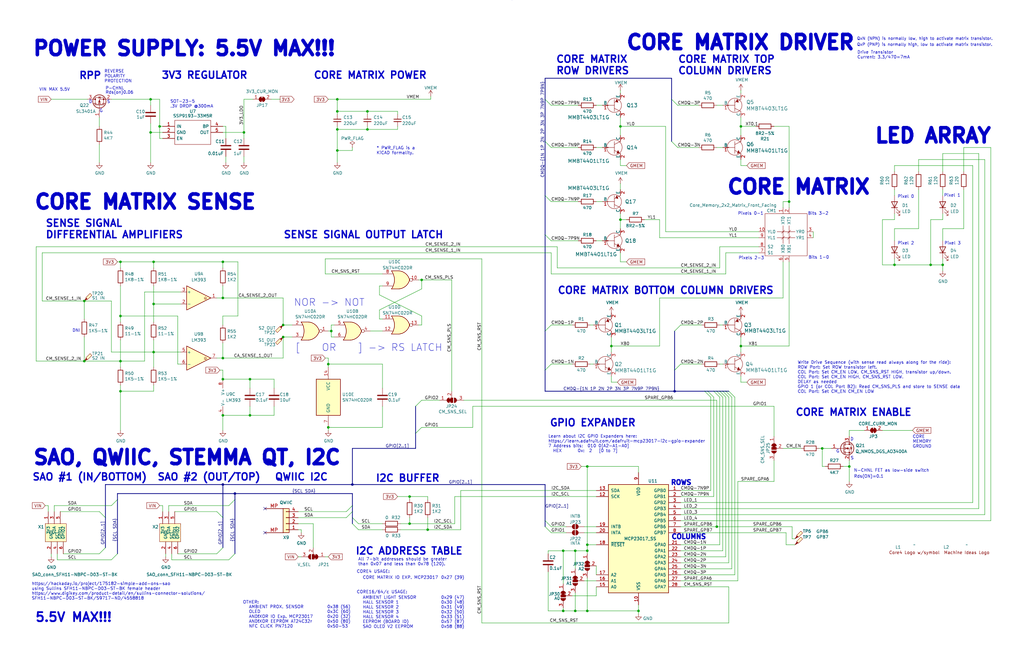
<source format=kicad_sch>
(kicad_sch (version 20231120) (generator "eeschema") (generator_version "8.0")
  (paper "B")
  (title_block (title "SAO Core4") (date "2024-08-21") (rev "0.1") (company "Concept and design by Andy Geppert @ www.MachineIdeas.com") (comment 2 "Visit www.Core64.io for information on assembly and optional features.") (comment 4 "All non-polarized capacitors are X7R or X5R ceramic unless otherwise noted."))
  (bus_alias "CA_SHIFT_REGISTER_BUS" (members "CM_SR_CLK" "CM_SR_LAT" "CM_SR_~{OE}" "CM_SR_SER1"))
  (bus_alias "CM_TRANSISTOR_DRIVE_BUS" (members "CM_Q1N" "CM_Q1P" "CM_Q2N" "CM_Q2P" "CM_Q3N" "CM_Q3P" "CM_Q4N" "CM_Q4P" "CM_Q5N" "CM_Q5P" "CM_Q6N" "CM_Q6P" "CM_Q7N" "CM_Q7P" "CM_Q8N" "CM_Q8P" "CM_Q9N" "CM_Q9P" "CM_Q10N" "CM_Q10P" "CA_SR_GPO_A" "CA_SR_GPO_B" "CA_SR_GPO_C" "CA_SR_GPO_D"))
  (bus_alias "GPIO_CPS_BUS" (members "GPIO1_CP1_SAO1" "GPIO2_CP2_SAO2" "GPIO3_CP3_DC" "GPIO4_CP4_CS2" "GPIO5_CP5_HS1" "GPIO6_CP6_HS2" "GPIO7_CP7_HS3" "GPIO8_CP8_HS4"))
  (bus_alias "I2C_3V3_BUS" (members "I2C_3V3_SCL" "I2C_3V3_SDA"))
  (bus_alias "SPI_3V3_BUS" (members "SPI_CD" "SPI_RESET" "SPI_SDI" "SPI_CS1" "SPI_CLK" "SPI_SDO"))
  (junction (at 63.5 55.88))
  (junction (at 142.24 54.61))
  (junction (at 237.49 257.81))
  (junction (at 392.43 111.76))
  (junction (at 105.41 175.26))
  (junction (at 35.56 127))
  (junction (at 93.98 175.26))
  (junction (at 154.94 46.99))
  (junction (at 64.77 128.27))
  (junction (at 93.98 125.73))
  (junction (at 50.8 165.1))
  (junction (at 242.57 232.41))
  (junction (at 302.26 222.25))
  (junction (at 142.24 41.91))
  (junction (at 148.59 204.47))
  (junction (at 99.06 208.28))
  (junction (at 64.77 148.59))
  (junction (at 35.56 152.4))
  (junction (at 247.65 196.85))
  (junction (at 119.38 137.16))
  (junction (at 138.43 153.67))
  (junction (at 332.74 85.09))
  (junction (at 397.51 111.76))
  (junction (at 93.98 110.49))
  (junction (at 93.98 151.13))
  (junction (at 102.87 55.88))
  (junction (at 139.7 139.7))
  (junction (at 358.14 196.85))
  (junction (at 284.48 165.1))
  (junction (at 247.65 257.81))
  (junction (at 142.24 63.5))
  (junction (at 377.19 111.76))
  (junction (at 50.8 152.4))
  (junction (at 180.34 223.52))
  (junction (at 50.8 133.35))
  (junction (at 64.77 110.49))
  (junction (at 237.49 232.41))
  (junction (at 312.42 146.05))
  (junction (at 257.81 146.05))
  (junction (at 138.43 180.34))
  (junction (at 142.24 46.99))
  (junction (at 242.57 257.81))
  (junction (at 247.65 232.41))
  (junction (at 93.98 204.47))
  (junction (at 261.62 92.71))
  (junction (at 105.41 160.02))
  (junction (at 172.72 209.55))
  (junction (at 93.98 160.02))
  (junction (at 172.72 220.98))
  (junction (at 247.65 229.87))
  (junction (at 63.5 41.91))
  (junction (at 269.24 257.81))
  (junction (at 177.8 118.11))
  (junction (at 154.94 54.61))
  (junction (at 312.42 53.34))
  (junction (at 346.71 189.23))
  (junction (at 67.31 53.34))
  (junction (at 261.62 53.34))
  (junction (at 119.38 142.24))
  (junction (at 50.8 110.49))
  (no_connect (at 111.76 224.79))
  (no_connect (at 111.76 214.63))
  (bus_entry (at 148.59 218.44) (size 2.54 2.54))
  (bus_entry (at 148.59 220.98) (size 2.54 2.54))
  (bus_entry (at 284.48 156.21) (size 2.54 -2.54))
  (bus_entry (at 284.48 139.7) (size 2.54 -2.54))
  (bus_entry (at 175.26 171.45) (size 2.54 -2.54))
  (bus_entry (at 300.99 165.1) (size 2.54 2.54))
  (bus_entry (at 96.52 213.36) (size 2.54 -2.54))
  (bus_entry (at 46.99 213.36) (size 2.54 -2.54))
  (bus_entry (at 302.26 165.1) (size 2.54 2.54))
  (bus_entry (at 175.26 182.88) (size 2.54 -2.54))
  (bus_entry (at 93.98 218.44) (size -2.54 -2.54))
  (bus_entry (at 146.05 215.9) (size 2.54 -2.54))
  (bus_entry (at 146.05 218.44) (size 2.54 -2.54))
  (bus_entry (at 229.87 41.91) (size 2.54 2.54))
  (bus_entry (at 229.87 219.71) (size 2.54 2.54))
  (bus_entry (at 229.87 59.69) (size 2.54 2.54))
  (bus_entry (at 229.87 222.25) (size 2.54 2.54))
  (bus_entry (at 232.41 137.16) (size -2.54 2.54))
  (bus_entry (at 232.41 153.67) (size -2.54 2.54))
  (bus_entry (at 304.8 165.1) (size 2.54 2.54))
  (bus_entry (at 303.53 165.1) (size 2.54 2.54))
  (bus_entry (at 306.07 165.1) (size 2.54 2.54))
  (bus_entry (at 307.34 165.1) (size 2.54 2.54))
  (bus_entry (at 44.45 218.44) (size -2.54 -2.54))
  (bus_entry (at 91.44 233.68) (size 2.54 -2.54))
  (bus_entry (at 298.45 165.1) (size 2.54 2.54))
  (bus_entry (at 229.87 99.06) (size 2.54 2.54))
  (bus_entry (at 229.87 82.55) (size 2.54 2.54))
  (bus_entry (at 41.91 233.68) (size 2.54 -2.54))
  (bus_entry (at 46.99 236.22) (size 2.54 -2.54))
  (bus_entry (at 96.52 236.22) (size 2.54 -2.54))
  (bus_entry (at 283.21 59.69) (size 2.54 2.54))
  (bus_entry (at 297.18 165.1) (size 2.54 2.54))
  (bus_entry (at 283.21 41.91) (size 2.54 2.54))
  (wire (pts (xy 332.74 85.09) (xy 332.74 87.63)))
  (wire (pts (xy 312.42 49.53) (xy 312.42 53.34)))
  (wire (pts (xy 154.94 46.99) (xy 167.64 46.99)))
  (wire (pts (xy 93.98 113.03) (xy 93.98 110.49)))
  (wire (pts (xy 93.98 133.35) (xy 100.33 133.35)))
  (wire (pts (xy 251.46 101.6) (xy 254 101.6)))
  (wire (pts (xy 199.39 171.45) (xy 326.39 171.45)))
  (wire (pts (xy 168.91 223.52) (xy 180.34 223.52)))
  (wire (pts (xy 151.13 223.52) (xy 161.29 223.52)))
  (wire (pts (xy 397.51 64.77) (xy 397.51 72.39)))
  (wire (pts (xy 358.14 196.85) (xy 358.14 203.2)))
  (wire (pts (xy 137.16 109.22) (xy 137.16 115.57)))
  (wire (pts (xy 26.67 233.68) (xy 41.91 233.68)))
  (wire (pts (xy 24.13 236.22) (xy 24.13 233.68)))
  (wire (pts (xy 342.9 97.79) (xy 342.9 100.33)))
  (wire (pts (xy 261.62 67.31) (xy 261.62 69.85)))
  (wire (pts (xy 64.77 143.51) (xy 64.77 148.59)))
  (wire (pts (xy 177.8 137.16) (xy 177.8 133.35)))
  (wire (pts (xy 181.61 40.64) (xy 181.61 41.91)))
  (wire (pts (xy 278.13 100.33) (xy 320.04 100.33)))
  (wire (pts (xy 248.92 137.16) (xy 250.19 137.16)))
  (wire (pts (xy 377.19 111.76) (xy 392.43 111.76)))
  (wire (pts (xy 311.15 203.2) (xy 311.15 245.11)))
  (wire (pts (xy 50.8 133.35) (xy 50.8 135.89)))
  (wire (pts (xy 303.53 104.14) (xy 320.04 104.14)))
  (wire (pts (xy 271.78 92.71) (xy 278.13 92.71)))
  (wire (pts (xy 161.29 153.67) (xy 161.29 163.83)))
  (wire (pts (xy 138.43 181.61) (xy 138.43 180.34)))
  (wire (pts (xy 142.24 46.99) (xy 154.94 46.99)))
  (wire (pts (xy 60.96 123.19) (xy 60.96 152.4)))
  (wire (pts (xy 247.65 233.68) (xy 247.65 232.41)))
  (wire (pts (xy 372.11 181.61) (xy 384.81 181.61)))
  (wire (pts (xy 125.73 215.9) (xy 146.05 215.9)))
  (wire (pts (xy 334.01 222.25) (xy 334.01 227.33)))
  (wire (pts (xy 278.13 125.73) (xy 330.2 125.73)))
  (wire (pts (xy 261.62 92.71) (xy 264.16 92.71)))
  (bus (pts (xy 148.59 213.36) (xy 148.59 215.9)))
  (bus (pts (xy 229.87 41.91) (xy 229.87 59.69)))
  (wire (pts (xy 330.2 87.63) (xy 330.2 85.09)))
  (wire (pts (xy 231.14 257.81) (xy 231.14 241.3)))
  (wire (pts (xy 397.51 96.52) (xy 397.51 101.6)))
  (wire (pts (xy 19.05 213.36) (xy 20.32 213.36)))
  (wire (pts (xy 232.41 115.57) (xy 306.07 115.57)))
  (wire (pts (xy 172.72 218.44) (xy 172.72 220.98)))
  (wire (pts (xy 261.62 92.71) (xy 261.62 96.52)))
  (wire (pts (xy 194.31 207.01) (xy 251.46 207.01)))
  (wire (pts (xy 303.53 153.67) (xy 304.8 153.67)))
  (wire (pts (xy 406.4 96.52) (xy 406.4 80.01)))
  (wire (pts (xy 102.87 55.88) (xy 102.87 58.42)))
  (bus (pts (xy 229.87 139.7) (xy 229.87 156.21)))
  (wire (pts (xy 306.07 106.68) (xy 320.04 106.68)))
  (wire (pts (xy 138.43 153.67) (xy 161.29 153.67)))
  (wire (pts (xy 306.07 234.95) (xy 306.07 167.64)))
  (wire (pts (xy 148.59 62.23) (xy 148.59 63.5)))
  (wire (pts (xy 154.94 46.99) (xy 154.94 48.26)))
  (wire (pts (xy 93.98 175.26) (xy 105.41 175.26)))
  (wire (pts (xy 72.39 236.22) (xy 96.52 236.22)))
  (wire (pts (xy 358.14 194.31) (xy 358.14 196.85)))
  (wire (pts (xy 355.6 196.85) (xy 358.14 196.85)))
  (wire (pts (xy 377.19 96.52) (xy 387.35 96.52)))
  (wire (pts (xy 35.56 127) (xy 35.56 134.62)))
  (wire (pts (xy 71.12 213.36) (xy 96.52 213.36)))
  (wire (pts (xy 346.71 189.23) (xy 350.52 189.23)))
  (wire (pts (xy 172.72 220.98) (xy 191.77 220.98)))
  (wire (pts (xy 232.41 85.09) (xy 243.84 85.09)))
  (bus (pts (xy 175.26 171.45) (xy 175.26 182.88)))
  (wire (pts (xy 50.8 152.4) (xy 50.8 154.94)))
  (bus (pts (xy 304.8 165.1) (xy 306.07 165.1)))
  (wire (pts (xy 261.62 53.34) (xy 261.62 57.15)))
  (wire (pts (xy 234.95 113.03) (xy 234.95 104.14)))
  (wire (pts (xy 142.24 63.5) (xy 148.59 63.5)))
  (wire (pts (xy 156.21 139.7) (xy 161.29 139.7)))
  (wire (pts (xy 67.31 41.91) (xy 67.31 53.34)))
  (wire (pts (xy 176.53 118.11) (xy 177.8 118.11)))
  (wire (pts (xy 417.83 62.23) (xy 417.83 219.71)))
  (wire (pts (xy 139.7 139.7) (xy 139.7 137.16)))
  (wire (pts (xy 303.53 113.03) (xy 303.53 104.14)))
  (wire (pts (xy 285.75 62.23) (xy 294.64 62.23)))
  (bus (pts (xy 99.06 210.82) (xy 99.06 233.68)))
  (wire (pts (xy 257.81 161.29) (xy 260.35 161.29)))
  (bus (pts (xy 148.59 208.28) (xy 148.59 213.36)))
  (wire (pts (xy 312.42 53.34) (xy 312.42 57.15)))
  (wire (pts (xy 67.31 58.42) (xy 68.58 58.42)))
  (bus (pts (xy 283.21 41.91) (xy 283.21 59.69)))
  (wire (pts (xy 287.02 207.01) (xy 299.72 207.01)))
  (wire (pts (xy 312.42 146.05) (xy 332.74 146.05)))
  (bus (pts (xy 148.59 189.23) (xy 175.26 189.23)))
  (wire (pts (xy 64.77 120.65) (xy 64.77 128.27)))
  (wire (pts (xy 232.41 101.6) (xy 243.84 101.6)))
  (wire (pts (xy 119.38 142.24) (xy 123.19 142.24)))
  (wire (pts (xy 287.02 245.11) (xy 311.15 245.11)))
  (wire (pts (xy 177.8 118.11) (xy 190.5 118.11)))
  (wire (pts (xy 312.42 38.1) (xy 312.42 39.37)))
  (wire (pts (xy 377.19 80.01) (xy 377.19 82.55)))
  (wire (pts (xy 50.8 110.49) (xy 64.77 110.49)))
  (wire (pts (xy 412.75 214.63) (xy 412.75 64.77)))
  (wire (pts (xy 246.38 245.11) (xy 251.46 245.11)))
  (wire (pts (xy 287.02 247.65) (xy 307.34 247.65)))
  (bus (pts (xy 306.07 165.1) (xy 307.34 165.1)))
  (wire (pts (xy 15.24 104.14) (xy 234.95 104.14)))
  (wire (pts (xy 93.98 160.02) (xy 93.98 156.21)))
  (wire (pts (xy 177.8 118.11) (xy 177.8 121.92)))
  (wire (pts (xy 311.15 203.2) (xy 326.39 203.2)))
  (wire (pts (xy 142.24 41.91) (xy 181.61 41.91)))
  (wire (pts (xy 180.34 218.44) (xy 180.34 223.52)))
  (wire (pts (xy 330.2 189.23) (xy 337.82 189.23)))
  (wire (pts (xy 191.77 209.55) (xy 191.77 220.98)))
  (wire (pts (xy 64.77 113.03) (xy 64.77 110.49)))
  (wire (pts (xy 35.56 152.4) (xy 50.8 152.4)))
  (wire (pts (xy 105.41 160.02) (xy 115.57 160.02)))
  (wire (pts (xy 105.41 160.02) (xy 105.41 163.83)))
  (wire (pts (xy 287.02 137.16) (xy 295.91 137.16)))
  (wire (pts (xy 22.86 213.36) (xy 22.86 215.9)))
  (wire (pts (xy 237.49 232.41) (xy 237.49 246.38)))
  (wire (pts (xy 93.98 175.26) (xy 93.98 181.61)))
  (wire (pts (xy 167.64 54.61) (xy 167.64 53.34)))
  (wire (pts (xy 377.19 96.52) (xy 377.19 101.6)))
  (wire (pts (xy 237.49 232.41) (xy 242.57 232.41)))
  (wire (pts (xy 312.42 142.24) (xy 312.42 146.05)))
  (wire (pts (xy 95.25 66.04) (xy 95.25 68.58)))
  (wire (pts (xy 74.93 153.67) (xy 76.2 153.67)))
  (wire (pts (xy 119.38 125.73) (xy 119.38 137.16)))
  (wire (pts (xy 190.5 118.11) (xy 190.5 165.1)))
  (wire (pts (xy 242.57 250.19) (xy 242.57 257.81)))
  (wire (pts (xy 302.26 168.91) (xy 302.26 222.25)))
  (wire (pts (xy 287.02 237.49) (xy 307.34 237.49)))
  (wire (pts (xy 91.44 125.73) (xy 93.98 125.73)))
  (wire (pts (xy 232.41 153.67) (xy 241.3 153.67)))
  (wire (pts (xy 138.43 41.91) (xy 142.24 41.91)))
  (wire (pts (xy 312.42 67.31) (xy 312.42 69.85)))
  (wire (pts (xy 114.3 41.91) (xy 118.11 41.91)))
  (wire (pts (xy 237.49 257.81) (xy 242.57 257.81)))
  (wire (pts (xy 246.38 224.79) (xy 251.46 224.79)))
  (bus (pts (xy 229.87 165.1) (xy 284.48 165.1)))
  (wire (pts (xy 195.58 168.91) (xy 302.26 168.91)))
  (wire (pts (xy 46.99 127) (xy 46.99 148.59)))
  (wire (pts (xy 287.02 242.57) (xy 309.88 242.57)))
  (wire (pts (xy 95.25 53.34) (xy 95.25 58.42)))
  (wire (pts (xy 46.99 41.91) (xy 63.5 41.91)))
  (wire (pts (xy 245.11 196.85) (xy 247.65 196.85)))
  (wire (pts (xy 377.19 109.22) (xy 377.19 111.76)))
  (wire (pts (xy 358.14 181.61) (xy 364.49 181.61)))
  (wire (pts (xy 232.41 44.45) (xy 243.84 44.45)))
  (wire (pts (xy 287.02 212.09) (xy 410.21 212.09)))
  (wire (pts (xy 76.2 123.19) (xy 60.96 123.19)))
  (wire (pts (xy 64.77 128.27) (xy 76.2 128.27)))
  (wire (pts (xy 139.7 139.7) (xy 139.7 142.24)))
  (wire (pts (xy 397.51 92.71) (xy 392.43 92.71)))
  (wire (pts (xy 287.02 214.63) (xy 412.75 214.63)))
  (wire (pts (xy 303.53 167.64) (xy 303.53 229.87)))
  (wire (pts (xy 302.26 222.25) (xy 334.01 222.25)))
  (wire (pts (xy 60.96 152.4) (xy 50.8 152.4)))
  (wire (pts (xy 231.14 257.81) (xy 237.49 257.81)))
  (wire (pts (xy 247.65 257.81) (xy 269.24 257.81)))
  (wire (pts (xy 377.19 72.39) (xy 377.19 69.85)))
  (wire (pts (xy 257.81 158.75) (xy 257.81 161.29)))
  (wire (pts (xy 203.2 109.22) (xy 137.16 109.22)))
  (polyline (pts (xy 215.9 -431.8) (xy 215.9 -152.4)) (stroke (width 0) (type dash)))
  (wire (pts (xy 15.24 152.4) (xy 35.56 152.4)))
  (bus (pts (xy 298.45 165.1) (xy 300.99 165.1)))
  (wire (pts (xy 377.19 92.71) (xy 372.11 92.71)))
  (wire (pts (xy 417.83 62.23) (xy 406.4 62.23)))
  (wire (pts (xy 63.5 55.88) (xy 68.58 55.88)))
  (wire (pts (xy 50.8 143.51) (xy 50.8 152.4)))
  (wire (pts (xy 194.31 207.01) (xy 194.31 223.52)))
  (wire (pts (xy 247.65 196.85) (xy 269.24 196.85)))
  (wire (pts (xy 304.8 232.41) (xy 304.8 167.64)))
  (wire (pts (xy 64.77 110.49) (xy 93.98 110.49)))
  (wire (pts (xy 41.91 49.53) (xy 41.91 53.34)))
  (bus (pts (xy 175.26 182.88) (xy 175.26 189.23)))
  (wire (pts (xy 248.92 153.67) (xy 250.19 153.67)))
  (wire (pts (xy 261.62 53.34) (xy 280.67 53.34)))
  (wire (pts (xy 132.08 220.98) (xy 132.08 231.14)))
  (wire (pts (xy 287.02 234.95) (xy 306.07 234.95)))
  (wire (pts (xy 191.77 209.55) (xy 251.46 209.55)))
  (wire (pts (xy 105.41 171.45) (xy 105.41 175.26)))
  (wire (pts (xy 261.62 110.49) (xy 264.16 110.49)))
  (wire (pts (xy 280.67 53.34) (xy 280.67 97.79)))
  (wire (pts (xy 17.78 127) (xy 35.56 127)))
  (wire (pts (xy 309.88 242.57) (xy 309.88 167.64)))
  (wire (pts (xy 203.2 262.89) (xy 307.34 262.89)))
  (bus (pts (xy 229.87 33.02) (xy 283.21 33.02)))
  (wire (pts (xy 125.73 220.98) (xy 132.08 220.98)))
  (wire (pts (xy 93.98 55.88) (xy 102.87 55.88)))
  (wire (pts (xy 119.38 137.16) (xy 123.19 137.16)))
  (wire (pts (xy 331.47 229.87) (xy 331.47 224.79)))
  (wire (pts (xy 22.86 213.36) (xy 46.99 213.36)))
  (wire (pts (xy 387.35 67.31) (xy 387.35 72.39)))
  (wire (pts (xy 251.46 251.46) (xy 251.46 247.65)))
  (wire (pts (xy 172.72 209.55) (xy 172.72 210.82)))
  (bus (pts (xy 99.06 208.28) (xy 99.06 210.82)))
  (wire (pts (xy 161.29 180.34) (xy 138.43 180.34)))
  (wire (pts (xy 302.26 62.23) (xy 304.8 62.23)))
  (wire (pts (xy 102.87 66.04) (xy 102.87 68.58)))
  (wire (pts (xy 177.8 180.34) (xy 199.39 180.34)))
  (wire (pts (xy 387.35 96.52) (xy 387.35 80.01)))
  (wire (pts (xy 392.43 111.76) (xy 397.51 111.76)))
  (bus (pts (xy 49.53 208.28) (xy 99.06 208.28)))
  (wire (pts (xy 160.02 120.65) (xy 161.29 120.65)))
  (wire (pts (xy 177.8 168.91) (xy 185.42 168.91)))
  (wire (pts (xy 312.42 53.34) (xy 318.77 53.34)))
  (wire (pts (xy 237.49 256.54) (xy 237.49 257.81)))
  (wire (pts (xy 257.81 146.05) (xy 257.81 148.59)))
  (bus (pts (xy 284.48 165.1) (xy 297.18 165.1)))
  (wire (pts (xy 154.94 54.61) (xy 167.64 54.61)))
  (wire (pts (xy 138.43 151.13) (xy 137.16 151.13)))
  (wire (pts (xy 307.34 237.49) (xy 307.34 167.64)))
  (bus (pts (xy 93.98 204.47) (xy 148.59 204.47)))
  (bus (pts (xy 229.87 99.06) (xy 229.87 139.7)))
  (wire (pts (xy 397.51 96.52) (xy 406.4 96.52)))
  (wire (pts (xy 415.29 67.31) (xy 415.29 217.17)))
  (bus (pts (xy 303.53 165.1) (xy 304.8 165.1)))
  (wire (pts (xy 397.51 90.17) (xy 397.51 92.71)))
  (wire (pts (xy 312.42 158.75) (xy 312.42 161.29)))
  (wire (pts (xy 95.25 53.34) (xy 93.98 53.34)))
  (wire (pts (xy 232.41 224.79) (xy 238.76 224.79)))
  (wire (pts (xy 17.78 106.68) (xy 232.41 106.68)))
  (bus (pts (xy 284.48 156.21) (xy 284.48 165.1)))
  (wire (pts (xy 154.94 54.61) (xy 154.94 53.34)))
  (wire (pts (xy 160.02 134.62) (xy 161.29 134.62)))
  (wire (pts (xy 415.29 67.31) (xy 387.35 67.31)))
  (bus (pts (xy 229.87 59.69) (xy 229.87 82.55)))
  (bus (pts (xy 148.59 204.47) (xy 229.87 204.47)))
  (wire (pts (xy 307.34 247.65) (xy 307.34 262.89)))
  (wire (pts (xy 287.02 224.79) (xy 331.47 224.79)))
  (wire (pts (xy 377.19 92.71) (xy 377.19 90.17)))
  (wire (pts (xy 172.72 209.55) (xy 180.34 209.55)))
  (wire (pts (xy 247.65 229.87) (xy 247.65 232.41)))
  (wire (pts (xy 64.77 128.27) (xy 64.77 135.89)))
  (wire (pts (xy 278.13 92.71) (xy 278.13 100.33)))
  (wire (pts (xy 242.57 232.41) (xy 242.57 240.03)))
  (wire (pts (xy 125.73 218.44) (xy 146.05 218.44)))
  (wire (pts (xy 287.02 240.03) (xy 308.61 240.03)))
  (wire (pts (xy 63.5 44.45) (xy 63.5 41.91)))
  (wire (pts (xy 41.91 60.96) (xy 41.91 68.58)))
  (wire (pts (xy 332.74 110.49) (xy 332.74 146.05)))
  (wire (pts (xy 234.95 113.03) (xy 303.53 113.03)))
  (wire (pts (xy 93.98 156.21) (xy 92.71 156.21)))
  (wire (pts (xy 269.24 257.81) (xy 269.24 259.08)))
  (wire (pts (xy 247.65 243.84) (xy 247.65 257.81)))
  (wire (pts (xy 406.4 72.39) (xy 406.4 62.23)))
  (wire (pts (xy 257.81 146.05) (xy 278.13 146.05)))
  (wire (pts (xy 287.02 153.67) (xy 295.91 153.67)))
  (wire (pts (xy 300.99 209.55) (xy 300.99 167.64)))
  (wire (pts (xy 231.14 232.41) (xy 237.49 232.41)))
  (wire (pts (xy 142.24 54.61) (xy 142.24 53.34)))
  (bus (pts (xy 44.45 231.14) (xy 44.45 218.44)))
  (bus (pts (xy 93.98 204.47) (xy 93.98 218.44)))
  (wire (pts (xy 160.02 124.46) (xy 160.02 120.65)))
  (wire (pts (xy 93.98 133.35) (xy 93.98 137.16)))
  (wire (pts (xy 63.5 52.07) (xy 63.5 55.88)))
  (wire (pts (xy 71.12 213.36) (xy 71.12 215.9)))
  (bus (pts (xy 229.87 204.47) (xy 229.87 219.71)))
  (wire (pts (xy 302.26 44.45) (xy 304.8 44.45)))
  (wire (pts (xy 330.2 85.09) (xy 332.74 85.09)))
  (wire (pts (xy 73.66 215.9) (xy 91.44 215.9)))
  (wire (pts (xy 21.59 41.91) (xy 36.83 41.91)))
  (wire (pts (xy 127 223.52) (xy 125.73 223.52)))
  (bus (pts (xy 148.59 189.23) (xy 148.59 204.47)))
  (wire (pts (xy 177.8 121.92) (xy 160.02 130.81)))
  (wire (pts (xy 63.5 41.91) (xy 67.31 41.91)))
  (wire (pts (xy 332.74 53.34) (xy 332.74 85.09)))
  (wire (pts (xy 346.71 189.23) (xy 346.71 196.85)))
  (wire (pts (xy 261.62 77.47) (xy 261.62 80.01)))
  (wire (pts (xy 105.41 175.26) (xy 115.57 175.26)))
  (wire (pts (xy 392.43 92.71) (xy 392.43 111.76)))
  (wire (pts (xy 306.07 106.68) (xy 306.07 115.57)))
  (wire (pts (xy 168.91 220.98) (xy 172.72 220.98)))
  (wire (pts (xy 142.24 46.99) (xy 142.24 48.26)))
  (bus (pts (xy 283.21 33.02) (xy 283.21 41.91)))
  (wire (pts (xy 102.87 41.91) (xy 106.68 41.91)))
  (wire (pts (xy 247.65 196.85) (xy 247.65 229.87)))
  (wire (pts (xy 358.14 181.61) (xy 358.14 184.15)))
  (wire (pts (xy 74.93 133.35) (xy 74.93 153.67)))
  (wire (pts (xy 269.24 255.27) (xy 269.24 257.81)))
  (wire (pts (xy 269.24 196.85) (xy 269.24 199.39)))
  (wire (pts (xy 177.8 133.35) (xy 160.02 124.46)))
  (polyline (pts (xy 205.74 -431.8) (xy 205.74 -152.4)) (stroke (width 0) (type dash)))
  (wire (pts (xy 50.8 120.65) (xy 50.8 133.35)))
  (wire (pts (xy 232.41 222.25) (xy 238.76 222.25)))
  (wire (pts (xy 372.11 111.76) (xy 377.19 111.76)))
  (wire (pts (xy 261.62 106.68) (xy 261.62 110.49)))
  (wire (pts (xy 67.31 53.34) (xy 68.58 53.34)))
  (wire (pts (xy 125.73 234.95) (xy 127 234.95)))
  (wire (pts (xy 287.02 209.55) (xy 300.99 209.55)))
  (bus (pts (xy 298.45 165.1) (xy 297.18 165.1)))
  (wire (pts (xy 17.78 127) (xy 17.78 106.68)))
  (polyline (pts (xy 215.9 -152.4) (xy 215.9 0)) (stroke (width 0) (type dash)))
  (wire (pts (xy 50.8 162.56) (xy 50.8 165.1)))
  (wire (pts (xy 35.56 127) (xy 46.99 127)))
  (wire (pts (xy 251.46 85.09) (xy 254 85.09)))
  (wire (pts (xy 287.02 219.71) (xy 417.83 219.71)))
  (wire (pts (xy 21.59 234.95) (xy 21.59 233.68)))
  (bus (pts (xy 49.53 208.28) (xy 49.53 210.82)))
  (wire (pts (xy 257.81 142.24) (xy 257.81 146.05)))
  (wire (pts (xy 142.24 63.5) (xy 142.24 68.58)))
  (wire (pts (xy 242.57 257.81) (xy 247.65 257.81)))
  (bus (pts (xy 44.45 204.47) (xy 93.98 204.47)))
  (wire (pts (xy 280.67 97.79) (xy 320.04 97.79)))
  (bus (pts (xy 303.53 165.1) (xy 302.26 165.1)))
  (wire (pts (xy 261.62 90.17) (xy 261.62 92.71)))
  (wire (pts (xy 137.16 115.57) (xy 161.29 115.57)))
  (wire (pts (xy 334.01 227.33) (xy 335.28 227.33)))
  (wire (pts (xy 232.41 106.68) (xy 232.41 115.57)))
  (wire (pts (xy 326.39 53.34) (xy 332.74 53.34)))
  (wire (pts (xy 138.43 139.7) (xy 139.7 139.7)))
  (wire (pts (xy 247.65 229.87) (xy 251.46 229.87)))
  (wire (pts (xy 46.99 148.59) (xy 64.77 148.59)))
  (bus (pts (xy 148.59 218.44) (xy 148.59 220.98)))
  (bus (pts (xy 99.06 208.28) (xy 148.59 208.28)))
  (wire (pts (xy 251.46 44.45) (xy 254 44.45)))
  (wire (pts (xy 67.31 213.36) (xy 68.58 213.36)))
  (wire (pts (xy 138.43 153.67) (xy 138.43 154.94)))
  (wire (pts (xy 335.28 229.87) (xy 331.47 229.87)))
  (wire (pts (xy 232.41 62.23) (xy 243.84 62.23)))
  (wire (pts (xy 127 224.79) (xy 127 223.52)))
  (wire (pts (xy 397.51 109.22) (xy 397.51 111.76)))
  (wire (pts (xy 312.42 69.85) (xy 314.96 69.85)))
  (wire (pts (xy 410.21 212.09) (xy 410.21 69.85)))
  (wire (pts (xy 180.34 223.52) (xy 194.31 223.52)))
  (wire (pts (xy 72.39 236.22) (xy 72.39 233.68)))
  (wire (pts (xy 241.3 251.46) (xy 251.46 251.46)))
  (wire (pts (xy 50.8 165.1) (xy 64.77 165.1)))
  (wire (pts (xy 278.13 146.05) (xy 278.13 125.73)))
  (wire (pts (xy 287.02 222.25) (xy 302.26 222.25)))
  (wire (pts (xy 199.39 180.34) (xy 199.39 171.45)))
  (wire (pts (xy 50.8 133.35) (xy 74.93 133.35)))
  (wire (pts (xy 93.98 120.65) (xy 93.98 125.73)))
  (wire (pts (xy 138.43 151.13) (xy 138.43 153.67)))
  (wire (pts (xy 91.44 151.13) (xy 93.98 151.13)))
  (wire (pts (xy 142.24 41.91) (xy 142.24 46.99)))
  (wire (pts (xy 330.2 125.73) (xy 330.2 110.49)))
  (wire (pts (xy 203.2 109.22) (xy 203.2 262.89)))
  (wire (pts (xy 285.75 44.45) (xy 294.64 44.45)))
  (wire (pts (xy 410.21 69.85) (xy 377.19 69.85)))
  (wire (pts (xy 137.16 234.95) (xy 138.43 234.95)))
  (wire (pts (xy 326.39 194.31) (xy 326.39 203.2)))
  (wire (pts (xy 167.64 209.55) (xy 172.72 209.55)))
  (wire (pts (xy 397.51 111.76) (xy 397.51 114.3)))
  (bus (pts (xy 284.48 139.7) (xy 284.48 156.21)))
  (wire (pts (xy 93.98 125.73) (xy 119.38 125.73)))
  (bus (pts (xy 49.53 210.82) (xy 49.53 233.68)))
  (wire (pts (xy 115.57 160.02) (xy 115.57 163.83)))
  (wire (pts (xy 326.39 171.45) (xy 326.39 184.15)))
  (wire (pts (xy 287.02 232.41) (xy 304.8 232.41)))
  (bus (pts (xy 229.87 82.55) (xy 229.87 99.06)))
  (wire (pts (xy 142.24 54.61) (xy 142.24 63.5)))
  (bus (pts (xy 93.98 231.14) (xy 93.98 218.44)))
  (wire (pts (xy 15.24 152.4) (xy 15.24 104.14)))
  (wire (pts (xy 63.5 55.88) (xy 63.5 68.58)))
  (wire (pts (xy 115.57 175.26) (xy 115.57 171.45)))
  (wire (pts (xy 151.13 220.98) (xy 161.29 220.98)))
  (wire (pts (xy 93.98 110.49) (xy 100.33 110.49)))
  (wire (pts (xy 261.62 49.53) (xy 261.62 53.34)))
  (wire (pts (xy 93.98 160.02) (xy 105.41 160.02)))
  (wire (pts (xy 50.8 165.1) (xy 50.8 181.61)))
  (wire (pts (xy 345.44 189.23) (xy 346.71 189.23)))
  (polyline (pts (xy 261.62 -8.89) (xy 437.515 -8.89)))
  (wire (pts (xy 372.11 92.71) (xy 372.11 111.76)))
  (wire (pts (xy 93.98 151.13) (xy 119.38 151.13)))
  (wire (pts (xy 161.29 171.45) (xy 161.29 180.34)))
  (wire (pts (xy 69.85 234.95) (xy 69.85 233.68)))
  (wire (pts (xy 74.93 233.68) (xy 91.44 233.68)))
  (wire (pts (xy 50.8 110.49) (xy 50.8 113.03)))
  (wire (pts (xy 347.98 196.85) (xy 346.71 196.85)))
  (wire (pts (xy 139.7 137.16) (xy 140.97 137.16)))
  (wire (pts (xy 68.58 213.36) (xy 68.58 215.9)))
  (polyline (pts (xy 226.06 -431.8) (xy 226.06 -152.4)) (stroke (width 0) (type dash)))
  (wire (pts (xy 312.42 161.29) (xy 314.96 161.29)))
  (wire (pts (xy 397.51 80.01) (xy 397.51 82.55)))
  (wire (pts (xy 261.62 69.85) (xy 264.16 69.85)))
  (wire (pts (xy 64.77 148.59) (xy 64.77 154.94)))
  (wire (pts (xy 232.41 137.16) (xy 241.3 137.16)))
  (wire (pts (xy 100.33 133.35) (xy 100.33 110.49)))
  (wire (pts (xy 287.02 217.17) (xy 415.29 217.17)))
  (wire (pts (xy 308.61 167.64) (xy 308.61 240.03)))
  (wire (pts (xy 287.02 229.87) (xy 303.53 229.87)))
  (wire (pts (xy 139.7 142.24) (xy 140.97 142.24)))
  (wire (pts (xy 312.42 146.05) (xy 312.42 148.59)))
  (wire (pts (xy 119.38 142.24) (xy 119.38 151.13)))
  (wire (pts (xy 246.38 222.25) (xy 251.46 222.25)))
  (wire (pts (xy 142.24 54.61) (xy 154.94 54.61)))
  (wire (pts (xy 261.62 39.37) (xy 261.62 38.1)))
  (wire (pts (xy 251.46 242.57) (xy 251.46 238.76)))
  (wire (pts (xy 67.31 53.34) (xy 67.31 58.42)))
  (bus (pts (xy 302.26 165.1) (xy 300.99 165.1)))
  (wire (pts (xy 167.64 46.99) (xy 167.64 48.26)))
  (wire (pts (xy 102.87 41.91) (xy 102.87 55.88)))
  (wire (pts (xy 160.02 130.81) (xy 160.02 134.62)))
  (bus (pts (xy 229.87 219.71) (xy 229.87 222.25)))
  (bus (pts (xy 148.59 215.9) (xy 148.59 218.44)))
  (wire (pts (xy 231.14 232.41) (xy 231.14 233.68)))
  (wire (pts (xy 180.34 209.55) (xy 180.34 210.82)))
  (wire (pts (xy 299.72 207.01) (xy 299.72 167.64)))
  (wire (pts (xy 64.77 162.56) (xy 64.77 165.1)))
  (bus (pts (xy 44.45 204.47) (xy 44.45 218.44)))
  (wire (pts (xy 24.13 236.22) (xy 46.99 236.22)))
  (bus (pts (xy 229.87 156.21) (xy 229.87 165.1)))
  (wire (pts (xy 242.57 232.41) (xy 247.65 232.41)))
  (wire (pts (xy 35.56 142.24) (xy 35.56 152.4)))
  (wire (pts (xy 303.53 137.16) (xy 304.8 137.16)))
  (wire (pts (xy 251.46 62.23) (xy 254 62.23)))
  (wire (pts (xy 412.75 64.77) (xy 397.51 64.77)))
  (bus (pts (xy 229.87 33.02) (xy 229.87 41.91)))
  (wire (pts (xy 49.53 110.49) (xy 50.8 110.49)))
  (wire (pts (xy 20.32 213.36) (xy 20.32 215.9)))
  (wire (pts (xy 176.53 137.16) (xy 177.8 137.16)))
  (wire (pts (xy 64.77 148.59) (xy 76.2 148.59)))
  (wire (pts (xy 25.4 215.9) (xy 41.91 215.9)))
  (wire (pts (xy 93.98 144.78) (xy 93.98 151.13)))
  (text "Bits 1-0" (at 340.868 109.474 0) (effects (font (size 1.27 1.27)) (justify left bottom)))
  (text "Pixel 0" (at 378.46 83.82 0) (effects (font (size 1.27 1.27)) (justify left bottom)))
  (text "QxP (PNP) is normally high, low to activate matrix transistor." (at 361.315 19.685 0) (effects (font (size 1.1938 1.1938)) (justify left bottom)))
  (text "NOR -> NOT" (at 123.825 129.54 0) (effects (font (size 2.9972 2.9972)) (justify left bottom)))
  (text "AMBIENT PROX. SENSOR\nOLED\nAND!XOR IO Exp. MCP23017\nAND!XOR EEPROM AT24C32r\nNFC CLICK PN7120\n" (at 104.902 265.176 0) (effects (font (size 1.27 1.27)) (justify left bottom)))
  (text "https://hackaday.io/project/175182-simple-add-ons-sao\nusing Sullins SFH11-NBPC-D03-ST-BK female header\nhttps://www.digikey.com/product-detail/en/sullins-connector-solutions/\nSFH11-NBPC-D03-ST-BK/S9717-ND/4558818" (at 13.335 253.365 0) (effects (font (size 1.27 1.27)) (justify left bottom)))
  (text "Bits 3-2" (at 340.614 90.932 0) (effects (font (size 1.27 1.27)) (justify left bottom)))
  (text "CORE\nMEMORY\nGROUND" (at 384.81 189.23 0) (effects (font (size 1.27 1.27)) (justify left bottom)))
  (text "S" (at 45.085 43.815 0) (effects (font (size 1.27 1.27)) (justify left bottom)))
  (text "N-CHNL FET as low-side switch" (at 360.045 199.39 0) (effects (font (size 1.27 1.27)) (justify left bottom)))
  (text "SENSE SIGNAL OUTPUT LATCH" (at 119.38 100.965 0) (effects (font (size 3 3) (thickness 0.5994) (bold yes)) (justify left bottom)))
  (text "[    OR    ] -> RS LATCH" (at 124.46 148.59 0) (effects (font (size 2.9972 2.9972)) (justify left bottom)))
  (text "CORE MATRIX\nROW DRIVERS" (at 234.315 31.75 0) (effects (font (size 3 3) (thickness 0.6) (bold yes)) (justify left bottom)))
  (text "CORE4 USAGE:" (at 150.368 242.062 0) (effects (font (size 1.27 1.27)) (justify left bottom)))
  (text "CORE MATRIX IO EXP. MCP23017" (at 152.908 244.602 0) (effects (font (size 1.27 1.27)) (justify left bottom)))
  (text "Pixels 0-1" (at 311.15 90.932 0) (effects (font (size 1.27 1.27)) (justify left bottom)))
  (text "CORE MATRIX BOTTOM COLUMN DRIVERS" (at 234.95 124.46 0) (effects (font (size 3 3) (thickness 0.6) (bold yes)) (justify left bottom)))
  (text "SOT-23-5\n.3V DROP @300mA" (at 71.755 45.72 0) (effects (font (size 1.27 1.27)) (justify left bottom)))
  (text "0x29 (47)\n0x30 (48)\n0x31 (49)\n0x32 (50)\n0x33 (51)\n0x57 (87)\n0x58 (88)" (at 185.928 265.303 0) (effects (font (size 1.27 1.27)) (justify left bottom)))
  (text "QxN (NPN) is normally low, high to activate matrix transistor." (at 361.315 17.145 0) (effects (font (size 1.1938 1.1938)) (justify left bottom)))
  (text "ROWS" (at 282.702 204.978 0) (effects (font (size 2.032 2.032) (thickness 0.6) (bold yes)) (justify left bottom)))
  (text "Pixel 2" (at 378.46 103.505 0) (effects (font (size 1.27 1.27)) (justify left bottom)))
  (text "QWIIC I2C" (at 115.697 203.2 0) (effects (font (size 3 3) (thickness 0.6) (bold yes)) (justify left bottom)))
  (text "COLUMNS" (at 282.956 227.838 0) (effects (font (size 2.032 2.032) (thickness 0.6) (bold yes)) (justify left bottom)))
  (text "* PWR_FLAG is a\nKiCAD formality." (at 158.75 65.405 0) (effects (font (size 1.27 1.27)) (justify left bottom)))
  (text "Pixel 1" (at 398.018 83.312 0) (effects (font (size 1.27 1.27)) (justify left bottom)))
  (text "GPIO EXPANDER" (at 231.648 180.34 0) (effects (font (size 3 3) (thickness 0.6) (bold yes)) (justify left bottom)))
  (text "Rds(ON)=0.1" (at 360.045 201.93 0) (effects (font (size 1.27 1.27)) (justify left bottom)))
  (text "AMBIENT LIGHT SENSOR\nHALL SENSOR 1\nHALL SENSOR 2\nHALL SENSOR 3\nHALL SENSOR 4\nEEPROM (BOARD ID)\nSAO OLED V2 EEPROM" (at 152.908 265.303 0) (effects (font (size 1.27 1.27)) (justify left bottom)))
  (text "CORE MATRIX ENABLE" (at 335.28 175.895 0) (effects (font (size 3 3) (thickness 0.6) (bold yes)) (justify left bottom)))
  (text "POWER SUPPLY: 5.5V MAX!!!" (at 13.335 24.13 0) (effects (font (size 6 6) (thickness 1.6) (bold yes)) (justify left bottom)))
  (text "Drive Transistor\nCurrent: 3.3/470=7mA" (at 361.442 25.019 0) (effects (font (size 1.27 1.27)) (justify left bottom)))
  (text "CORE MATRIX DRIVER" (at 263.525 21.59 0) (effects (font (size 6 6) (thickness 1.6) (bold yes)) (justify left bottom)))
  (text "CORE MATRIX TOP \nCOLUMN DRIVERS" (at 285.75 31.75 0) (effects (font (size 3 3) (thickness 0.6) (bold yes)) (justify left bottom)))
  (text "Rds(on)0.06" (at 44.45 39.878 0) (effects (font (size 1.27 1.27)) (justify left bottom)))
  (text "5.5V MAX!!!" (at 14.605 262.89 0) (effects (font (size 3.81 3.81) (thickness 0.762) (bold yes)) (justify left bottom)))
  (text "G" (at 352.552 191.262 0) (effects (font (size 1.27 1.27)) (justify left bottom)))
  (text "3V3 REGULATOR" (at 67.945 33.655 0) (effects (font (size 3 3) (thickness 0.6) (bold yes)) (justify left bottom)))
  (text "VIN MAX 5.5V" (at 16.51 38.608 0) (effects (font (size 1.27 1.27)) (justify left bottom)))
  (text "G" (at 41.91 47.625 0) (effects (font (size 1.27 1.27)) (justify left bottom)))
  (text "S" (at 358.648 194.183 0) (effects (font (size 1.27 1.27)) (justify left bottom)))
  (text "D" (at 37.465 43.815 0) (effects (font (size 1.27 1.27)) (justify left bottom)))
  (text "Write Drive Sequence (with sense read always along for the ride):\nROW Port: Set ROW transistor left.\nCOL Port: Set CM_EN LOW, CM_SNS_RST HIGH, transistor up/down.\nCOL Port: Set CM_EN HIGH, CM_SNS_RST LOW.\nDELAY as needed\nGPIO 1 (or COL Port B2): Read CM_SNS_PLS and store to SENSE data\nCOL Port: Set CM_EN CM_EN LOW\n" (at 336.296 166.116 0) (effects (font (size 1.27 1.27)) (justify left bottom)))
  (text "SAO #2 (OUT/TOP)" (at 66.167 203.2 0) (effects (font (size 3 3) (thickness 0.6) (bold yes)) (justify left bottom)))
  (text "0x38 (56)\n0x3C (60)\n0x20 (32)\n0x50 (80)\n0x50-53" (at 137.922 265.176 0) (effects (font (size 1.27 1.27)) (justify left bottom)))
  (text "SAO #1 (IN/BOTTOM)" (at 13.462 203.2 0) (effects (font (size 3 3) (thickness 0.6) (bold yes)) (justify left bottom)))
  (text "0x27 (39)" (at 185.928 244.602 0) (effects (font (size 1.27 1.27)) (justify left bottom)))
  (text "SENSE SIGNAL \nDIFFERENTIAL AMPLIFIERS" (at 19.05 100.965 0) (effects (font (size 3 3) (thickness 0.5994) (bold yes)) (justify left bottom)))
  (text "DNI" (at 30.48 140.335 0) (effects (font (size 1.27 1.27)) (justify left bottom)))
  (text "OTHER:" (at 102.362 255.016 0) (effects (font (size 1.27 1.27)) (justify left bottom)))
  (text "REVERSE\nPOLARITY\nPROTECTION" (at 43.942 35.052 0) (effects (font (size 1.27 1.27)) (justify left bottom)))
  (text "I2C BUFFER" (at 158.242 203.708 0) (effects (font (size 3 3) (thickness 0.6) (bold yes)) (justify left bottom)))
  (text "Pixels 2-3" (at 311.404 109.728 0) (effects (font (size 1.27 1.27)) (justify left bottom)))
  (text "CORE MATRIX" (at 306.07 82.55 0) (effects (font (size 6 6) (thickness 1.6) (bold yes)) (justify left bottom)))
  (text "I2C ADDRESS TABLE" (at 149.733 234.442 0) (effects (font (size 2.9972 2.9972) (thickness 0.5994) (bold yes)) (justify left bottom)))
  (text "SAO, QWIIC, STEMMA QT, I2C" (at 13.462 196.723 0) (effects (font (size 6 6) (thickness 1.6) (bold yes)) (justify left bottom)))
  (text "CORE16/64/c USAGE:" (at 150.368 250.698 0) (effects (font (size 1.27 1.27)) (justify left bottom)))
  (text "D" (at 358.521 186.182 0) (effects (font (size 1.27 1.27)) (justify left bottom)))
  (text "RPP" (at 33.147 33.782 0) (effects (font (size 3 3) (thickness 0.5994) (bold yes)) (justify left bottom)))
  (text "Learn about I2C GPIO Expanders here:\nhttps://learn.adafruit.com/adafruit-mcp23017-i2c-gpio-expander\n7 Address bits:  010 0[A2-A1-A0]\n  HEX       0x:  2   [0 to 7]" (at 231.14 191.135 0) (effects (font (size 1.27 1.27)) (justify left bottom)))
  (text "Pixel 3" (at 398.145 103.505 0) (effects (font (size 1.27 1.27)) (justify left bottom)))
  (text "LED ARRAY" (at 368.3 60.96 0) (effects (font (size 6 6) (thickness 1.6) (bold yes)) (justify left bottom)))
  (text "CORE MATRIX SENSE" (at 13.97 88.9 0) (effects (font (size 6 6) (thickness 1.6) (bold yes)) (justify left bottom)))
  (text "CORE MATRIX POWER" (at 132.08 33.655 0) (effects (font (size 3 3) (thickness 0.6) (bold yes)) (justify left bottom)))
  (text "P-CHNL" (at 44.45 38.1 0) (effects (font (size 1.27 1.27)) (justify left bottom)))
  (text "All 7-bit addresses should be greater\nthan 0x07 and less than 0x78 (120)." (at 151.003 238.887 0) (effects (font (size 1.27 1.27)) (justify left bottom)))
  (label "SDA" (at 28.575 213.36 0))
  (label "SPARE_GPA6" (at 312.42 203.2 0))
  (label "GPIO2" (at 77.47 233.68 0))
  (label "GPIO1" (at 232.41 224.79 0))
  (label "CM_SENSE_1_IN" (at 194.31 106.68 180))
  (label "I2C_SCL" (at 232.41 209.55 0))
  (label "YL0" (at 264.16 53.34 0))
  (label "YL1" (at 307.34 100.33 0))
  (label "I2C_SDA" (at 232.41 207.01 0))
  (label "{SCL SDA}" (at 123.19 208.28 0))
  (label "VMEM" (at 171.45 41.91 0))
  (label "GPIO1" (at 28.575 215.9 0))
  (label "SCL" (at 28.575 236.22 0))
  (label "CM_SNS_RST" (at 203.2 147.955 90))
  (label "CMDQ-3N" (at 285.75 62.23 0))
  (label "CA_SENSE_2_OUT" (at 116.84 125.73 180))
  (label "CMDQ-1N" (at 288.29 229.87 0))
  (label "LED_3" (at 288.29 217.17 0))
  (label "GPIO1" (at 77.47 215.9 0))
  (label "CMDQ-{1N 1P 2N 2P 3N 3P 7N9P 7P9N}" (at 237.49 165.1 0))
  (label "CM_SENSE_2_IN" (at 34.29 152.4 180))
  (label "CMDQ-7P9N" (at 232.41 44.45 0))
  (label "CM_SENSE_2_IN" (at 287.02 113.03 0))
  (label "LED_2" (at 288.29 214.63 0))
  (label "GPIO2" (at 28.575 233.68 0))
  (label "XT0,1" (at 314.325 53.34 0))
  (label "GPIO[2..1]" (at 93.98 229.87 90))
  (label "CA_SENSE_1_OUT" (at 114.935 151.13 180))
  (label "CMDQ-1N" (at 232.41 153.67 0))
  (label "SPARE_GPB6" (at 317.5 222.25 0))
  (label "CMDQ-3N" (at 288.29 240.03 0))
  (label "YL0" (at 307.34 97.79 0))
  (label "CMDQ-7N9P" (at 287.02 207.01 0))
  (label "I2C_SDA" (at 182.88 223.52 0))
  (label "LED_4" (at 288.29 219.71 0))
  (label "YL1" (at 273.05 92.71 0))
  (label "SPARE_GPB7" (at 317.5 224.79 0))
  (label "CMDQ-7P9N" (at 287.02 209.55 0))
  (label "CMDQ-2P" (at 288.29 237.49 0))
  (label "XB1" (at 315.595 146.05 0))
  (label "CM_SNS_RST" (at 231.775 262.89 0))
  (label "CMDQ-2P" (at 287.02 137.16 0))
  (label "SCL" (at 128.27 215.9 0))
  (label "3V3_LDO" (at 102.87 44.45 270))
  (label "CMDQ-7N9P" (at 232.41 62.23 0))
  (label "LED_1" (at 288.29 212.09 0))
  (label "SPARE_GPA6" (at 288.29 245.11 0))
  (label "GPIO2" (at 232.41 222.25 0))
  (label "CMDQ-{1N 1P 2N 2P 3N 3P 7N9P 7P9N}" (at 229.87 74.93 90))
  (label "SDA" (at 128.27 218.44 0))
  (label "SCL" (at 77.47 236.22 0))
  (label "CM_SNS_PLS" (at 190.5 148.59 90))
  (label "CMDQ-3P" (at 288.29 242.57 0))
  (label "CM_SENSE_1_IN" (at 287.02 115.57 0))
  (label "XB0" (at 261.62 146.05 0))
  (label "CMDQ-7N9P" (at 232.41 85.09 0))
  (label "CMDQ-3P" (at 285.75 44.45 0))
  (label "CM_EN" (at 331.47 189.23 0))
  (label "CM_SENSE_1_IN" (at 34.29 127 180))
  (label "GPIO[2..1]" (at 162.56 189.23 0))
  (label "GPIO[2..1]" (at 44.45 229.87 90))
  (label "CMDQ-2N" (at 288.29 234.95 0))
  (label "CMDQ-7P9N" (at 232.41 101.6 0))
  (label "GPIO1" (at 317.5 171.45 0))
  (label "GPIO2" (at 179.07 168.91 0))
  (label "CMDQ-1P" (at 288.29 232.41 0))
  (label "CM_SNS_PLS" (at 179.07 118.11 0))
  (label "SDA" (at 152.4 223.52 0))
  (label "SCL" (at 152.4 220.98 0))
  (label "CM_SNS_RST" (at 139.7 115.57 0))
  (label "CMDQ-2N" (at 287.02 153.67 0))
  (label "GPIO[2..1]" (at 229.87 214.63 0))
  (label "SDA" (at 77.47 213.36 0))
  (label "GPIO1" (at 179.07 180.34 0))
  (label "CM_SNS_RST" (at 203.2 259.08 90))
  (label "CM_SNS_RST" (at 288.29 247.65 0))
  (label "CMDQ-1P" (at 232.41 137.16 0))
  (label "SPARE_GPB6" (at 271.78 168.91 0))
  (label "I2C_SCL" (at 182.88 220.98 0))
  (label "SPARE_GPB6" (at 288.29 222.25 0))
  (label "CM_SENSE_2_IN" (at 194.31 104.14 180))
  (label "GPIO[2..1]" (at 189.23 204.47 0))
  (label "SPARE_GPB7" (at 288.29 224.79 0))
  (label "{SCL SDA}" (at 99.06 228.6 90))
  (label "{SCL SDA}" (at 49.53 228.6 90))
  (global_label "VIN" (shape input) (at 125.73 234.95 180) (property "Intersheetrefs" "${INTERSHEET_REFS}" (effects (hide yes))))
  (global_label "GMEM" (shape input) (at 384.81 181.61 0) (property "Intersheetrefs" "${INTERSHEET_REFS}" (effects (hide yes))))
  (global_label "3V3" (shape input) (at 138.43 234.95 0) (property "Intersheetrefs" "${INTERSHEET_REFS}" (effects (hide yes))))
  (global_label "VIN" (shape input) (at 19.05 213.36 180) (property "Intersheetrefs" "${INTERSHEET_REFS}" (effects (hide yes))))
  (global_label "GMEM" (shape input) (at 314.96 161.29 0) (property "Intersheetrefs" "${INTERSHEET_REFS}" (effects (hide yes))))
  (global_label "3V3" (shape input) (at 92.71 156.21 180) (property "Intersheetrefs" "${INTERSHEET_REFS}" (effects (hide yes))))
  (global_label "GMEM" (shape input) (at 314.96 69.85 0) (property "Intersheetrefs" "${INTERSHEET_REFS}" (effects (hide yes))))
  (global_label "3V3" (shape input) (at 167.64 209.55 180) (property "Intersheetrefs" "${INTERSHEET_REFS}" (effects (hide yes))))
  (global_label "GMEM" (shape input) (at 260.35 161.29 0) (property "Intersheetrefs" "${INTERSHEET_REFS}" (effects (hide yes))))
  (global_label "3V3" (shape input) (at 245.11 196.85 180) (property "Intersheetrefs" "${INTERSHEET_REFS}" (effects (hide yes))))
  (global_label "3V3" (shape input) (at 137.16 151.13 180) (property "Intersheetrefs" "${INTERSHEET_REFS}" (effects (hide yes))))
  (global_label "3V3" (shape input) (at 49.53 110.49 180) (property "Intersheetrefs" "${INTERSHEET_REFS}" (effects (hide yes))))
  (global_label "GMEM" (shape input) (at 264.16 69.85 0) (property "Intersheetrefs" "${INTERSHEET_REFS}" (effects (hide yes))))
  (global_label "3V3" (shape output) (at 118.11 41.91 0) (property "Intersheetrefs" "${INTERSHEET_REFS}" (effects (hide yes))))
  (global_label "VIN" (shape input) (at 67.31 213.36 180) (property "Intersheetrefs" "${INTERSHEET_REFS}" (effects (hide yes))))
  (global_label "VIN" (shape input) (at 21.59 41.91 180) (property "Intersheetrefs" "${INTERSHEET_REFS}" (effects (hide yes))))
  (global_label "GMEM" (shape input) (at 264.16 110.49 0) (property "Intersheetrefs" "${INTERSHEET_REFS}" (effects (hide yes))))
  (global_label "3V3" (shape input) (at 138.43 41.91 180) (property "Intersheetrefs" "${INTERSHEET_REFS}" (effects (hide yes))))
  (symbol (lib_id "Connector:TestPoint_Probe") (at 35.56 152.4 0) (unit 1)
    (property "Reference" "TP21" (at 38.735 149.225 0) (effects (justify left)))
    (property "Value" "S2 IN" (at 38.735 151.13 0) (effects (justify left)))
    (property "Footprint" "TestPoint:TestPoint_Pad_1.5x1.5mm" (effects (hide yes)))
    (property "Populate" "DNP" (effects (hide yes)))
  )
  (symbol (lib_name "LM393_3") (lib_id "Comparator:LM393") (at 96.52 167.64 0) (unit 3)
    (property "Reference" "U9" (at 95.25 166.3699 0) (effects (justify left)))
    (property "Value" "LM393" (at 95.25 168.9099 0) (effects (justify left)))
    (property "Footprint" "Andy_Footprint_Library:SOIC-8_W3.9mm" (effects (hide yes)))
    (property "Datasheet" "http://www.ti.com/lit/ds/symlink/lm393.pdf" (effects (hide yes)))
    (property "Description" "Low-Power, Low-Offset Voltage, Dual Comparators, DIP-8/SOIC-8/TO-99-8" (effects (hide yes)))
    (property "LCSC" "C7955" (effects (hide yes)))
  )
  (symbol (lib_id "Device:R") (at 180.34 214.63 0) (unit 1)
    (property "Reference" "R31" (at 182.118 213.4616 0) (effects (justify left)))
    (property "Value" "1K2" (at 182.118 215.773 0) (effects (justify left)))
    (property "Footprint" "Resistor_SMD:R_0805_2012Metric" (effects (hide yes)))
    (property "Description" "Resistor_SMD:R_0805_2012Metric" (effects (hide yes)))
    (property "Populate" "no" (effects (hide yes)))
    (property "LCSC" "C17379" (effects (hide yes)))
  )
  (symbol (lib_id "Device:R") (at 93.98 140.97 0) (unit 1)
    (property "Reference" "R55" (at 95.758 139.8016 0) (effects (justify left)))
    (property "Value" "1K2" (at 95.758 142.113 0) (effects (justify left)))
    (property "Footprint" "Resistor_SMD:R_0805_2012Metric" (effects (hide yes)))
    (property "Description" "RES 1.2K OHM" (effects (hide yes)))
    (property "Value_Modifier" "10%" (effects (hide yes)))
    (property "Insert?" "Yes" (effects (hide yes)))
    (property "LCSC" "C17379" (effects (hide yes)))
    (property "Populate" "yes" (effects (hide yes)))
  )
  (symbol (lib_id "power:VMEM") (at 312.42 132.08 0) (unit 1)
    (property "Reference" "#PWR0145" (effects (hide yes)))
    (property "Value" "VMEM" (at 312.801 127.6858 0))
    (property "Description" "Power symbol creates a global label with name \"VMEM\"" (effects (hide yes)))
  )
  (symbol (lib_id "Jumper:SolderJumper_2_Open") (at 242.57 224.79 0) (unit 1) (exclude_from_sim yes) (in_bom no)
    (property "Reference" "JP22" (at 242.57 227.33 0))
    (property "Value" "INTA" (at 242.57 229.235 0))
    (property "Footprint" "Jumper:SolderJumper-2_P1.3mm_Open_Pad1.0x1.5mm" (effects (hide yes)))
    (property "Description" "Solder Jumper, 2-pole, open" (effects (hide yes)))
    (property "Populate" "DNP" (effects (hide yes)))
  )
  (symbol (lib_id "Device:R") (at 245.11 153.67 270) (unit 1)
    (property "Reference" "R2" (at 245.11 151.13 90))
    (property "Value" "470" (at 245.11 156.21 90))
    (property "Footprint" "Resistor_SMD:R_0805_2012Metric" (effects (hide yes)))
    (property "Description" "RES 470 OHM" (effects (hide yes)))
    (property "Value_Modifier" "10%" (effects (hide yes)))
    (property "Insert?" "Yes" (effects (hide yes)))
    (property "LCSC" "C17710" (effects (hide yes)))
    (property "Populate" "yes" (effects (hide yes)))
  )
  (symbol (lib_id "Connector:TestPoint_Probe") (at 119.38 142.24 180) (unit 1)
    (property "Reference" "TP23" (at 116.205 145.415 0) (effects (justify left)))
    (property "Value" "S1 OUT" (at 116.205 143.51 0) (effects (justify left)))
    (property "Footprint" "TestPoint:TestPoint_Pad_1.5x1.5mm" (effects (hide yes)))
    (property "Populate" "DNP" (effects (hide yes)))
  )
  (symbol (lib_id "Interface_Expansion:MCP23017_SS") (at 269.24 227.33 0) (unit 1)
    (property "Reference" "U11" (at 273.304 202.946 0) (effects (justify left)))
    (property "Value" "MCP23017_SS" (at 263.144 227.33 0) (effects (justify left)))
    (property "Footprint" "Package_SO:SSOP-28_5.3x10.2mm_P0.65mm" (effects (hide yes)))
    (property "Datasheet" "http://ww1.microchip.com/downloads/en/DeviceDoc/20001952C.pdf" (effects (hide yes)))
    (property "Description" "16-bit I/O expander, I2C, interrupts, w pull-ups, SSOP-28" (effects (hide yes)))
    (property "LCSC" "C506653" (effects (hide yes)))
  )
  (symbol (lib_id "Device:Q_NMOS_GSD") (at 355.6 189.23 0) (unit 1)
    (property "Reference" "Q21" (at 360.807 188.0362 0) (effects (justify left)))
    (property "Value" "Q_NMOS_DGS_AO3400A" (at 360.68 190.5 0) (effects (justify left)))
    (property "Footprint" "digikey-footprints:SOT-23-3" (effects (hide yes)))
    (property "Datasheet" "http://www.onsemi.com/pub/Collateral/NTR4503N-D.PDF" (effects (hide yes)))
    (property "Description" "C20917" (effects (hide yes)))
    (property "Populate" "yes" (effects (hide yes)))
    (property "LCSC" "C20917" (effects (hide yes)))
  )
  (symbol (lib_id "Device:C") (at 63.5 48.26 0) (mirror y) (unit 1)
    (property "Reference" "C10" (at 61.1886 47.0916 0) (effects (justify left)))
    (property "Value" "1uF" (at 61.1886 49.403 0) (effects (justify left)))
    (property "Footprint" "Capacitor_SMD:C_0805_2012Metric" (effects (hide yes)))
    (property "LCSC" "C28323" (effects (hide yes)))
    (property "Populate" "yes" (effects (hide yes)))
  )
  (symbol (lib_id "74xx:74HC02") (at 130.81 139.7 0) (unit 1)
    (property "Reference" "U10" (at 130.81 131.3434 0))
    (property "Value" "SN74HC02DR" (at 130.81 133.7056 0))
    (property "Footprint" "Package_SO:SOIC-14_3.9x8.7mm_P1.27mm" (effects (hide yes)))
    (property "Datasheet" "http://www.ti.com/lit/gpn/sn74hc02" (effects (hide yes)))
    (property "Description" "IC GATE NOR 4CH 2-INP 14SOIC" (effects (hide yes)))
    (property "MPN" "SN74HC02DR" (effects (hide yes)))
    (property "Manufacturer_Name" "Texas Instruments" (effects (hide yes)))
    (property "Insert?" "Yes" (effects (hide yes)))
    (property "LCSC" "C350559" (effects (hide yes)))
    (property "Populate" "yes" (effects (hide yes)))
  )
  (symbol (lib_id "ANDY_SYMBOL_LIBRARY:PWR_FLAG") (at 148.59 62.23 0) (unit 1)
    (property "Reference" "#FLG01" (effects (hide yes)))
    (property "Value" "PWR_FLAG" (at 148.59 58.42 0))
  )
  (symbol (lib_id "ANDY_SYMBOL_LIBRARY:SAO_conn_SFH11-NBPC-D03-ST-BK-badgelife_shitty_addon_v169bis") (at 72.39 223.52 0) (unit 1)
    (property "Reference" "X2" (at 64.2366 222.3262 0) (effects (justify left)))
    (property "Value" "SAO_conn_SFH11-NBPC-D03-ST-BK" (at 61.6966 242.4684 0) (effects (justify left)))
    (property "Footprint" "Andy_Footprint_Library:Badgelife-SAOv169-BADGE-2x3" (effects (hide yes)))
    (property "Description" "CONN HDR 6POS KEYED SOCKET 0.1 T.H." (effects (hide yes)))
    (property "MPN" "SFH11-NBPC-D03-ST-BK" (effects (hide yes)))
    (property "Manufacturer_Name" "Sullins" (effects (hide yes)))
    (property "Insert?" "Yes" (effects (hide yes)))
    (property "Populate" "DNP" (effects (hide yes)))
    (property "User Optional" "yes" (effects (hide yes)))
  )
  (symbol (lib_id "ANDY_SYMBOL_LIBRARY:GND") (at 127 224.79 0) (unit 1)
    (property "Reference" "#PWR0160" (effects (hide yes)))
    (property "Value" "GND" (at 127.127 229.235 0))
  )
  (symbol (lib_id "Jumper:SolderJumper_3_Bridged12") (at 237.49 251.46 90) (mirror x) (unit 1) (exclude_from_sim yes) (in_bom no)
    (property "Reference" "JP30" (at 236.22 250.698 90) (effects (justify left)))
    (property "Value" "A0" (at 236.22 252.476 90) (effects (justify left)))
    (property "Footprint" "Jumper:SolderJumper-3_P1.3mm_Bridged12_Pad1.0x1.5mm" (effects (hide yes)))
    (property "Description" "3-pole Solder Jumper, pins 1+2 closed/bridged" (effects (hide yes)))
  )
  (symbol (lib_id "Connector:TestPoint_Probe") (at 335.28 227.33 0) (unit 1)
    (property "Reference" "TP6" (at 338.455 224.155 0) (effects (justify left)))
    (property "Value" "GPB6" (at 344.17 224.282 0) (effects (justify left)))
    (property "Footprint" "Andy_Footprint_Library:TestPoint_THTPad_D1.5mm_Drill1.0mm" (effects (hide yes)))
    (property "Populate" "DNP" (effects (hide yes)))
  )
  (symbol (lib_id "Jumper:SolderJumper_3_Bridged12") (at 247.65 238.76 90) (mirror x) (unit 1) (exclude_from_sim yes) (in_bom no)
    (property "Reference" "JP32" (at 246.38 237.998 90) (effects (justify left)))
    (property "Value" "A2" (at 246.38 240.03 90) (effects (justify left)))
    (property "Footprint" "Jumper:SolderJumper-3_P1.3mm_Bridged12_Pad1.0x1.5mm" (effects (hide yes)))
    (property "Description" "3-pole Solder Jumper, pins 1+2 closed/bridged" (effects (hide yes)))
  )
  (symbol (lib_id "Device:R") (at 172.72 214.63 0) (unit 1)
    (property "Reference" "R30" (at 174.498 213.4616 0) (effects (justify left)))
    (property "Value" "1K2" (at 174.498 215.773 0) (effects (justify left)))
    (property "Footprint" "Resistor_SMD:R_0805_2012Metric" (effects (hide yes)))
    (property "Description" "Resistor_SMD:R_0805_2012Metric" (effects (hide yes)))
    (property "Populate" "no" (effects (hide yes)))
    (property "LCSC" "C17379" (effects (hide yes)))
  )
  (symbol (lib_id "Jumper:SolderJumper_2_Bridged") (at 110.49 41.91 0) (unit 1)
    (property "Reference" "JP17" (at 110.49 44.45 0))
    (property "Value" "3V3_CUR_MON" (at 110.49 38.608 0))
    (property "Footprint" "Jumper:SolderJumper-2_P1.3mm_Bridged_RoundedPad1.0x1.5mm" (effects (hide yes)))
    (property "Populate" "DNP" (effects (hide yes)))
  )
  (symbol (lib_id "ANDY_SYMBOL_LIBRARY:GND") (at 21.59 234.95 0) (unit 1)
    (property "Reference" "#PWR02" (effects (hide yes)))
    (property "Value" "GND" (at 21.717 239.395 0))
  )
  (symbol (lib_id "ANDY_SYMBOL_LIBRARY:GND") (at 41.91 68.58 0) (unit 1)
    (property "Reference" "#PWR012" (effects (hide yes)))
    (property "Value" "GND" (at 42.037 73.025 0))
  )
  (symbol (lib_id "Device:C") (at 161.29 167.64 0) (unit 1)
    (property "Reference" "C19" (at 163.6014 166.4716 0) (effects (justify left)))
    (property "Value" "0.1uF" (at 163.6014 168.783 0) (effects (justify left)))
    (property "Footprint" "Capacitor_SMD:C_0805_2012Metric" (effects (hide yes)))
    (property "Description" "CAP" (effects (hide yes)))
    (property "Insert?" "Yes" (effects (hide yes)))
    (property "LCSC" "C28233" (effects (hide yes)))
    (property "Populate" "yes" (effects (hide yes)))
  )
  (symbol (lib_id "ANDY_SYMBOL_LIBRARY:Machine_Ideas_Logo") (at 398.78 231.14 0) (unit 1)
    (property "Reference" "L2" (at 399.034 230.886 0))
    (property "Value" "~" (at 407.67 229.87 0))
    (property "Footprint" "Andy_Footprint_Library:Machine_Ideas_logo" (effects (hide yes)))
  )
  (symbol (lib_id "Device:C") (at 95.25 62.23 0) (unit 1)
    (property "Reference" "C11" (at 90.805 59.69 0) (effects (justify left)))
    (property "Value" "0.01uF" (at 87.63 64.77 0) (effects (justify left)))
    (property "Footprint" "Capacitor_SMD:C_0805_2012Metric" (effects (hide yes)))
    (property "LCSC" "C1710" (effects (hide yes)))
    (property "Populate" "yes" (effects (hide yes)))
  )
  (symbol (lib_id "power:VMEM") (at 261.62 38.1 0) (unit 1)
    (property "Reference" "#PWR0103" (effects (hide yes)))
    (property "Value" "VMEM" (at 261.874 34.925 0))
    (property "Description" "Power symbol creates a global label with name \"VMEM\"" (effects (hide yes)))
  )
  (symbol (lib_id "Device:C_Small") (at 154.94 50.8 0) (unit 1)
    (property "Reference" "C14" (at 157.48 49.53 0) (effects (justify left)))
    (property "Value" "220uF" (at 157.48 52.07 0) (effects (justify left)))
    (property "Footprint" "Capacitor_SMD:C_1206_3216Metric" (effects (hide yes)))
    (property "LCSC" "C412252" (effects (hide yes)))
    (property "Populate" "yes" (effects (hide yes)))
  )
  (symbol (lib_id "Device:R") (at 299.72 153.67 270) (unit 1)
    (property "Reference" "R4" (at 299.72 151.13 90))
    (property "Value" "470" (at 299.72 156.21 90))
    (property "Footprint" "Resistor_SMD:R_0805_2012Metric" (effects (hide yes)))
    (property "Description" "RES 470 OHM" (effects (hide yes)))
    (property "Value_Modifier" "10%" (effects (hide yes)))
    (property "Insert?" "Yes" (effects (hide yes)))
    (property "LCSC" "C17710" (effects (hide yes)))
    (property "Populate" "yes" (effects (hide yes)))
  )
  (symbol (lib_id "Jumper:SolderJumper_3_Bridged12") (at 242.57 245.11 90) (mirror x) (unit 1) (exclude_from_sim yes) (in_bom no)
    (property "Reference" "JP31" (at 241.3 244.094 90) (effects (justify left)))
    (property "Value" "A1" (at 241.3 246.126 90) (effects (justify left)))
    (property "Footprint" "Jumper:SolderJumper-3_P1.3mm_Bridged12_Pad1.0x1.5mm" (effects (hide yes)))
    (property "Description" "3-pole Solder Jumper, pins 1+2 closed/bridged" (effects (hide yes)))
  )
  (symbol (lib_id "Device:R") (at 247.65 44.45 270) (unit 1)
    (property "Reference" "R13" (at 247.65 41.91 90))
    (property "Value" "470" (at 247.65 46.99 90))
    (property "Footprint" "Resistor_SMD:R_0805_2012Metric" (effects (hide yes)))
    (property "Description" "RES 470 OHM" (effects (hide yes)))
    (property "Value_Modifier" "10%" (effects (hide yes)))
    (property "Insert?" "Yes" (effects (hide yes)))
    (property "LCSC" "C17710" (effects (hide yes)))
    (property "Populate" "yes" (effects (hide yes)))
  )
  (symbol (lib_id "Device:R") (at 50.8 158.75 0) (unit 1)
    (property "Reference" "R50" (at 52.578 157.5816 0) (effects (justify left)))
    (property "Value" "1K5-1%" (at 52.578 159.893 0) (effects (justify left)))
    (property "Footprint" "Resistor_SMD:R_0805_2012Metric" (effects (hide yes)))
    (property "Description" "RES 1.5K OHM" (effects (hide yes)))
    (property "Value_Modifier" "1%" (effects (hide yes)))
    (property "Insert?" "Yes" (effects (hide yes)))
    (property "LCSC" "C4310" (effects (hide yes)))
    (property "Populate" "yes" (effects (hide yes)))
  )
  (symbol (lib_id "ANDY_SYMBOL_LIBRARY:SGM2007-3.3XN5_TR") (at 68.58 53.34 0) (unit 1)
    (property "Reference" "U7" (at 81.28 46.99 0))
    (property "Value" "SSP9193-33M5R" (at 81.28 48.895 0))
    (property "Footprint" "Package_TO_SOT_SMD:SOT-23-5" (effects (hide yes)))
    (property "Description" "Fixed 3.3V 300mV @ 300mA SOT-23-5 Dropout Regulators(LDO) RoHS" (effects (hide yes)))
    (property "Height" "???" (effects (hide yes)))
    (property "Manufacturer_Name" "SG Micro" (effects (hide yes)))
    (property "Manufacturer_Part_Number" "SGM2007-3.3XN5/TR" (effects (hide yes)))
    (property "Arrow Part Number" "SGM2007-3.3XN5/TR" (effects (hide yes)))
    (property "Arrow Price/Stock" "https://www.arrow.com/" (effects (hide yes)))
    (property "Mouser Part Number" "SGM2007-3.3XN5/TR" (effects (hide yes)))
    (property "Mouser Price/Stock" "https://www.mouser.com/" (effects (hide yes)))
    (property "LCSC" "C411022" (effects (hide yes)))
    (property "MPN" "SGM2007-3.3XN5_TR" (effects (hide yes)))
    (property "Populate" "yes" (effects (hide yes)))
  )
  (symbol (lib_id "Jumper:SolderJumper_3_Bridged12") (at 132.08 234.95 180) (unit 1) (exclude_from_sim yes) (in_bom no)
    (property "Reference" "JP21" (at 138.938 238.252 0) (effects (justify left)))
    (property "Value" "V_SEL" (at 131.064 238.252 0) (effects (justify left)))
    (property "Footprint" "Jumper:SolderJumper-3_P1.3mm_Bridged12_Pad1.0x1.5mm" (effects (hide yes)))
    (property "Description" "3-pole Solder Jumper, pins 1+2 closed/bridged" (effects (hide yes)))
  )
  (symbol (lib_name "LM393_3") (lib_id "Comparator:LM393") (at 83.82 125.73 0) (unit 1)
    (property "Reference" "U9" (at 83.82 115.57 0))
    (property "Value" "LM393" (at 83.82 118.11 0))
    (property "Footprint" "Andy_Footprint_Library:SOIC-8_W3.9mm" (effects (hide yes)))
    (property "Datasheet" "http://www.ti.com/lit/ds/symlink/lm393.pdf" (effects (hide yes)))
    (property "Description" "Low-Power, Low-Offset Voltage, Dual Comparators, DIP-8/SOIC-8/TO-99-8" (effects (hide yes)))
    (property "LCSC" "C7955" (effects (hide yes)))
  )
  (symbol (lib_id "Jumper:SolderJumper_3_Bridged12") (at 326.39 189.23 90) (mirror x) (unit 1) (exclude_from_sim yes) (in_bom no)
    (property "Reference" "JP25" (at 323.85 186.69 0) (effects (justify left)))
    (property "Value" "CM_SNS_SEL" (at 321.564 183.642 0) (effects (justify left)))
    (property "Footprint" "Jumper:SolderJumper-3_P1.3mm_Bridged12_Pad1.0x1.5mm" (effects (hide yes)))
    (property "Description" "3-pole Solder Jumper, pins 1+2 closed/bridged" (effects (hide yes)))
  )
  (symbol (lib_id "Device:R") (at 322.58 53.34 90) (unit 1)
    (property "Reference" "R21" (at 322.58 58.5978 90))
    (property "Value" "8R2-5%" (at 322.58 56.2864 90))
    (property "Footprint" "Resistor_SMD:R_0805_2012Metric" (effects (hide yes)))
    (property "Description" "RES 6.8 OHM 1/8W 0805" (effects (hide yes)))
    (property "Value_Modifier" "5%" (effects (hide yes)))
    (property "Insert?" "Yes" (effects (hide yes)))
    (property "LCSC" "C17830" (effects (hide yes)))
    (property "Populate" "yes" (effects (hide yes)))
  )
  (symbol (lib_id "ANDY_SYMBOL_LIBRARY:GND") (at 93.98 181.61 0) (unit 1)
    (property "Reference" "#PWR010" (effects (hide yes)))
    (property "Value" "GND" (at 94.107 186.055 0))
  )
  (symbol (lib_id "Device:R") (at 247.65 62.23 270) (unit 1)
    (property "Reference" "R14" (at 247.65 59.69 90))
    (property "Value" "470" (at 247.65 64.77 90))
    (property "Footprint" "Resistor_SMD:R_0805_2012Metric" (effects (hide yes)))
    (property "Description" "RES 470 OHM" (effects (hide yes)))
    (property "Value_Modifier" "10%" (effects (hide yes)))
    (property "Insert?" "Yes" (effects (hide yes)))
    (property "LCSC" "C17710" (effects (hide yes)))
    (property "Populate" "yes" (effects (hide yes)))
  )
  (symbol (lib_id "ANDY_SYMBOL_LIBRARY:MMBT4403LT1G-Digikey-Transistors") (at 255.27 137.16 0) (unit 1)
    (property "Reference" "Q1" (at 259.08 137.16 0) (effects (font (size 1.524 1.524)) (justify left)))
    (property "Value" "MMBT4403LT1G" (at 259.08 139.7 0) (effects (font (size 1.524 1.524)) (justify left)))
    (property "Footprint" "digikey-footprints:SOT-23-3" (effects (hide yes)))
    (property "Datasheet" "http://www.onsemi.com/pub/Collateral/MMBT4403LT1-D.PDF" (effects (hide yes)))
    (property "Description" "TRANS PNP 40V 0.6A SOT23" (effects (hide yes)))
    (property "Digi-Key_PN" "MMBT4403LT1GOSCT-ND" (effects (hide yes)))
    (property "MPN" "MMBT4403LT1G" (effects (hide yes)))
    (property "Category" "Discrete Semiconductor Products" (effects (hide yes)))
    (property "Family" "Transistors - Bipolar (BJT) - Single" (effects (hide yes)))
    (property "DK_Datasheet_Link" "http://www.onsemi.com/pub/Collateral/MMBT4403LT1-D.PDF" (effects (hide yes)))
    (property "DK_Detail_Page" "/product-detail/en/on-semiconductor/MMBT4403LT1G/MMBT4403LT1GOSCT-ND/1139820" (effects (hide yes)))
    (property "Manufacturer" "ON Semiconductor" (effects (hide yes)))
    (property "Status" "Active" (effects (hide yes)))
    (property "MPN(Secondary)" "MMBT4403-7-F" (effects (hide yes)))
    (property "Manufacturer(Secondary)" "Diodes Inc." (effects (hide yes)))
    (property "Manufacturer_Name" "Onsemi" (effects (hide yes)))
    (property "Insert?" "Yes" (effects (hide yes)))
    (property "LCSC" "C78864" (effects (hide yes)))
    (property "Populate" "yes" (effects (hide yes)))
  )
  (symbol (lib_id "74xx:74HC02") (at 168.91 137.16 0) (unit 4)
    (property "Reference" "U10" (at 166.37 129.54 0))
    (property "Value" "SN74HC02DR" (at 167.64 132.08 0))
    (property "Footprint" "Package_SO:SOIC-14_3.9x8.7mm_P1.27mm" (effects (hide yes)))
    (property "Datasheet" "http://www.ti.com/lit/gpn/sn74hc02" (effects (hide yes)))
    (property "Description" "IC GATE NOR 4CH 2-INP 14SOIC" (effects (hide yes)))
    (property "MPN" "SN74HC02DR" (effects (hide yes)))
    (property "Manufacturer_Name" "Texas Instruments" (effects (hide yes)))
    (property "Insert?" "Yes" (effects (hide yes)))
    (property "LCSC" "C350559" (effects (hide yes)))
    (property "Populate" "yes" (effects (hide yes)))
  )
  (symbol (lib_id "Device:R") (at 165.1 223.52 270) (unit 1)
    (property "Reference" "R33" (at 165.1 226.06 90) (effects (justify left)))
    (property "Value" "0" (at 162.56 226.06 90) (effects (justify left)))
    (property "Footprint" "Resistor_SMD:R_0805_2012Metric" (effects (hide yes)))
    (property "Description" "RES 68 OHM" (effects (hide yes)))
    (property "Value_Modifier" "10%" (effects (hide yes)))
    (property "Insert?" "Yes" (effects (hide yes)))
    (property "LCSC" "C17477" (effects (hide yes)))
    (property "Populate" "yes" (effects (hide yes)))
  )
  (symbol (lib_id "ANDY_SYMBOL_LIBRARY:MMBT4401LT1G-Digikey-Transistors") (at 259.08 101.6 0) (unit 1)
    (property "Reference" "Q18" (at 263.525 101.6 0) (effects (font (size 1.524 1.524)) (justify left)))
    (property "Value" "MMBT4401LT1G" (at 242.57 107.315 0) (effects (font (size 1.524 1.524)) (justify left)))
    (property "Footprint" "digikey-footprints:SOT-23-3" (effects (hide yes)))
    (property "Datasheet" "http://www.onsemi.com/pub/Collateral/MMBT4401LT1-D.PDF" (effects (hide yes)))
    (property "Description" "TRANS NPN 40V 0.6A SOT23" (effects (hide yes)))
    (property "Digi-Key_PN" "MMBT4401LT1GOSCT-ND" (effects (hide yes)))
    (property "MPN" "MMBT4401LT1G" (effects (hide yes)))
    (property "Category" "Discrete Semiconductor Products" (effects (hide yes)))
    (property "Family" "Transistors - Bipolar (BJT) - Single" (effects (hide yes)))
    (property "DK_Datasheet_Link" "http://www.onsemi.com/pub/Collateral/MMBT4401LT1-D.PDF" (effects (hide yes)))
    (property "DK_Detail_Page" "/product-detail/en/on-semiconductor/MMBT4401LT1G/MMBT4401LT1GOSCT-ND/1139819" (effects (hide yes)))
    (property "Manufacturer" "ON Semiconductor" (effects (hide yes)))
    (property "Status" "Active" (effects (hide yes)))
    (property "MPN(Secondary)" "MMBT4401-7-F" (effects (hide yes)))
    (property "Manufacturer(Secondary)" "Diodes Inc." (effects (hide yes)))
    (property "Manufacturer_Name" "Onsemi" (effects (hide yes)))
    (property "Insert?" "Yes" (effects (hide yes)))
    (property "LCSC" "C31776" (effects (hide yes)))
    (property "Populate" "yes" (effects (hide yes)))
  )
  (symbol (lib_id "Device:R") (at 245.11 137.16 270) (unit 1)
    (property "Reference" "R1" (at 245.11 134.62 90))
    (property "Value" "470" (at 245.11 139.7 90))
    (property "Footprint" "Resistor_SMD:R_0805_2012Metric" (effects (hide yes)))
    (property "Description" "RES 470 OHM" (effects (hide yes)))
    (property "Value_Modifier" "10%" (effects (hide yes)))
    (property "Insert?" "Yes" (effects (hide yes)))
    (property "LCSC" "C17710" (effects (hide yes)))
    (property "Populate" "yes" (effects (hide yes)))
  )
  (symbol (lib_id "Device:R") (at 406.4 76.2 0) (unit 1)
    (property "Reference" "R63" (at 401.1422 76.2 90))
    (property "Value" "120" (at 403.4536 76.2 90))
    (property "Footprint" "Resistor_SMD:R_0805_2012Metric" (effects (hide yes)))
    (property "Description" "RES 470 OHM" (effects (hide yes)))
    (property "Value_Modifier" "10%" (effects (hide yes)))
    (property "Insert?" "Yes" (effects (hide yes)))
    (property "LCSC" "C17437" (effects (hide yes)))
    (property "Populate" "yes" (effects (hide yes)))
  )
  (symbol (lib_id "ANDY_SYMBOL_LIBRARY:GND") (at 63.5 68.58 0) (unit 1)
    (property "Reference" "#PWR0129" (effects (hide yes)))
    (property "Value" "GND" (at 63.627 73.025 0))
  )
  (symbol (lib_id "Device:R") (at 247.65 85.09 270) (unit 1)
    (property "Reference" "R17" (at 247.65 82.55 90))
    (property "Value" "470" (at 247.65 87.63 90))
    (property "Footprint" "Resistor_SMD:R_0805_2012Metric" (effects (hide yes)))
    (property "Description" "RES 470 OHM" (effects (hide yes)))
    (property "Value_Modifier" "10%" (effects (hide yes)))
    (property "Insert?" "Yes" (effects (hide yes)))
    (property "LCSC" "C17710" (effects (hide yes)))
    (property "Populate" "yes" (effects (hide yes)))
  )
  (symbol (lib_id "ANDY_SYMBOL_LIBRARY:GND") (at 95.25 68.58 0) (unit 1)
    (property "Reference" "#PWR0126" (effects (hide yes)))
    (property "Value" "GND" (at 95.377 73.025 0))
  )
  (symbol (lib_id "ANDY_SYMBOL_LIBRARY:MMBT4401LT1G-Digikey-Transistors") (at 259.08 62.23 0) (unit 1)
    (property "Reference" "Q14" (at 264.16 62.23 0) (effects (font (size 1.524 1.524)) (justify left)))
    (property "Value" "MMBT4401LT1G" (at 239.395 67.945 0) (effects (font (size 1.524 1.524)) (justify left)))
    (property "Footprint" "digikey-footprints:SOT-23-3" (effects (hide yes)))
    (property "Datasheet" "http://www.onsemi.com/pub/Collateral/MMBT4401LT1-D.PDF" (effects (hide yes)))
    (property "Description" "TRANS NPN 40V 0.6A SOT23" (effects (hide yes)))
    (property "Digi-Key_PN" "MMBT4401LT1GOSCT-ND" (effects (hide yes)))
    (property "MPN" "MMBT4401LT1G" (effects (hide yes)))
    (property "Category" "Discrete Semiconductor Products" (effects (hide yes)))
    (property "Family" "Transistors - Bipolar (BJT) - Single" (effects (hide yes)))
    (property "DK_Datasheet_Link" "http://www.onsemi.com/pub/Collateral/MMBT4401LT1-D.PDF" (effects (hide yes)))
    (property "DK_Detail_Page" "/product-detail/en/on-semiconductor/MMBT4401LT1G/MMBT4401LT1GOSCT-ND/1139819" (effects (hide yes)))
    (property "Manufacturer" "ON Semiconductor" (effects (hide yes)))
    (property "Status" "Active" (effects (hide yes)))
    (property "MPN(Secondary)" "MMBT4401-7-F" (effects (hide yes)))
    (property "Manufacturer(Secondary)" "Diodes Inc." (effects (hide yes)))
    (property "Manufacturer_Name" "Onsemi" (effects (hide yes)))
    (property "Insert?" "Yes" (effects (hide yes)))
    (property "LCSC" "C31776" (effects (hide yes)))
    (property "Populate" "yes" (effects (hide yes)))
  )
  (symbol (lib_id "Jumper:SolderJumper_3_Bridged12") (at 190.5 168.91 0) (mirror x) (unit 1) (exclude_from_sim yes) (in_bom no)
    (property "Reference" "JP24" (at 187.96 171.45 0) (effects (justify left)))
    (property "Value" "CM_SNS_SEL" (at 184.912 173.736 0) (effects (justify left)))
    (property "Footprint" "Jumper:SolderJumper-3_P1.3mm_Bridged12_Pad1.0x1.5mm" (effects (hide yes)))
    (property "Description" "3-pole Solder Jumper, pins 1+2 closed/bridged" (effects (hide yes)))
  )
  (symbol (lib_id "ANDY_SYMBOL_LIBRARY:GND") (at 138.43 181.61 0) (unit 1)
    (property "Reference" "#PWR011" (effects (hide yes)))
    (property "Value" "GND" (at 138.557 186.055 0))
  )
  (symbol (lib_id "Device:R") (at 299.72 137.16 270) (unit 1)
    (property "Reference" "R3" (at 299.72 134.62 90))
    (property "Value" "470" (at 299.72 139.7 90))
    (property "Footprint" "Resistor_SMD:R_0805_2012Metric" (effects (hide yes)))
    (property "Description" "RES 470 OHM" (effects (hide yes)))
    (property "Value_Modifier" "10%" (effects (hide yes)))
    (property "Insert?" "Yes" (effects (hide yes)))
    (property "LCSC" "C17710" (effects (hide yes)))
    (property "Populate" "yes" (effects (hide yes)))
  )
  (symbol (lib_id "ANDY_SYMBOL_LIBRARY:GND") (at 142.24 68.58 0) (unit 1)
    (property "Reference" "#PWR0128" (effects (hide yes)))
    (property "Value" "GND" (at 142.367 73.025 0))
  )
  (symbol (lib_id "Connector:TestPoint_Probe") (at 119.38 137.16 180) (unit 1)
    (property "Reference" "TP22" (at 116.205 140.335 0) (effects (justify left)))
    (property "Value" "S2 OUT" (at 116.205 138.43 0) (effects (justify left)))
    (property "Footprint" "TestPoint:TestPoint_Pad_1.5x1.5mm" (effects (hide yes)))
    (property "Populate" "DNP" (effects (hide yes)))
  )
  (symbol (lib_name "LM393_3") (lib_id "Comparator:LM393") (at 83.82 151.13 0) (unit 2)
    (property "Reference" "U9" (at 83.82 140.97 0))
    (property "Value" "LM393" (at 83.82 143.51 0))
    (property "Footprint" "Andy_Footprint_Library:SOIC-8_W3.9mm" (effects (hide yes)))
    (property "Datasheet" "http://www.ti.com/lit/ds/symlink/lm393.pdf" (effects (hide yes)))
    (property "Description" "Low-Power, Low-Offset Voltage, Dual Comparators, DIP-8/SOIC-8/TO-99-8" (effects (hide yes)))
    (property "LCSC" "C7955" (effects (hide yes)))
  )
  (symbol (lib_id "ANDY_SYMBOL_LIBRARY:Core4_Logo_w_symbol") (at 378.46 231.14 0) (unit 1)
    (property "Reference" "L1" (at 378.714 230.886 0))
    (property "Value" "~" (at 385.572 229.87 0))
    (property "Footprint" "Andy_Footprint_Library:Core4_w_core_symbol" (effects (hide yes)))
  )
  (symbol (lib_id "ANDY_SYMBOL_LIBRARY:Connector_QWIIC_4x1_MP") (at 120.65 220.98 180) (unit 1)
    (property "Reference" "X9" (at 120.65 226.822 0))
    (property "Value" "QWIIC" (at 120.65 212.09 0))
    (property "Footprint" "Connector_JST:JST_SH_SM04B-SRSS-TB_1x04-1MP_P1.00mm_Horizontal" (effects (hide yes)))
    (property "LCSC" "C160404" (effects (hide yes)))
    (property "Populate" "yes" (effects (hide yes)))
  )
  (symbol (lib_id "74xx:74HC02") (at 168.91 118.11 0) (unit 3)
    (property "Reference" "U10" (at 166.37 110.49 0))
    (property "Value" "SN74HC02DR" (at 167.64 113.03 0))
    (property "Footprint" "Package_SO:SOIC-14_3.9x8.7mm_P1.27mm" (effects (hide yes)))
    (property "Datasheet" "http://www.ti.com/lit/gpn/sn74hc02" (effects (hide yes)))
    (property "Description" "IC GATE NOR 4CH 2-INP 14SOIC" (effects (hide yes)))
    (property "MPN" "SN74HC02DR" (effects (hide yes)))
    (property "Manufacturer_Name" "Texas Instruments" (effects (hide yes)))
    (property "Insert?" "Yes" (effects (hide yes)))
    (property "LCSC" "C350559" (effects (hide yes)))
    (property "Populate" "yes" (effects (hide yes)))
  )
  (symbol (lib_id "74xx:74HC02") (at 148.59 139.7 0) (unit 2)
    (property "Reference" "U10" (at 148.59 131.3434 0))
    (property "Value" "SN74HC02DR" (at 148.59 133.7056 0))
    (property "Footprint" "Package_SO:SOIC-14_3.9x8.7mm_P1.27mm" (effects (hide yes)))
    (property "Datasheet" "http://www.ti.com/lit/gpn/sn74hc02" (effects (hide yes)))
    (property "Description" "IC GATE NOR 4CH 2-INP 14SOIC" (effects (hide yes)))
    (property "MPN" "SN74HC02DR" (effects (hide yes)))
    (property "Manufacturer_Name" "Texas Instruments" (effects (hide yes)))
    (property "Insert?" "Yes" (effects (hide yes)))
    (property "LCSC" "C350559" (effects (hide yes)))
    (property "Populate" "yes" (effects (hide yes)))
  )
  (symbol (lib_id "Device:R") (at 64.77 116.84 0) (unit 1)
    (property "Reference" "R51" (at 66.548 115.6716 0) (effects (justify left)))
    (property "Value" "1K8-1%" (at 66.548 117.983 0) (effects (justify left)))
    (property "Footprint" "Resistor_SMD:R_0805_2012Metric" (effects (hide yes)))
    (property "Description" "RES 1.8K OHM" (effects (hide yes)))
    (property "Value_Modifier" "1%" (effects (hide yes)))
    (property "Insert?" "Yes" (effects (hide yes)))
    (property "LCSC" "C17398" (effects (hide yes)))
    (property "Populate" "yes" (effects (hide yes)))
  )
  (symbol (lib_id "Device:R") (at 397.51 76.2 0) (unit 1)
    (property "Reference" "R61" (at 392.2522 76.2 90))
    (property "Value" "120" (at 394.5636 76.2 90))
    (property "Footprint" "Resistor_SMD:R_0805_2012Metric" (effects (hide yes)))
    (property "Description" "RES 470 OHM" (effects (hide yes)))
    (property "Value_Modifier" "10%" (effects (hide yes)))
    (property "Insert?" "Yes" (effects (hide yes)))
    (property "LCSC" "C17437" (effects (hide yes)))
    (property "Populate" "yes" (effects (hide yes)))
  )
  (symbol (lib_id "Device:R") (at 341.63 189.23 90) (unit 1)
    (property "Reference" "R28" (at 341.63 186.69 90))
    (property "Value" "470" (at 341.63 191.77 90))
    (property "Footprint" "Resistor_SMD:R_0805_2012Metric" (effects (hide yes)))
    (property "Description" "Resistor_SMD:R_0805_2012Metric" (effects (hide yes)))
    (property "Populate" "yes" (effects (hide yes)))
    (property "LCSC" "C17710" (effects (hide yes)))
  )
  (symbol (lib_id "Device:R") (at 298.45 44.45 270) (unit 1)
    (property "Reference" "R5" (at 298.45 39.1922 90))
    (property "Value" "470" (at 298.45 41.5036 90))
    (property "Footprint" "Resistor_SMD:R_0805_2012Metric" (effects (hide yes)))
    (property "Description" "RES 470 OHM" (effects (hide yes)))
    (property "Value_Modifier" "10%" (effects (hide yes)))
    (property "Insert?" "Yes" (effects (hide yes)))
    (property "LCSC" "C17710" (effects (hide yes)))
    (property "Populate" "yes" (effects (hide yes)))
  )
  (symbol (lib_id "ANDY_SYMBOL_LIBRARY:MMBT4403LT1G-Digikey-Transistors") (at 309.88 137.16 0) (unit 1)
    (property "Reference" "Q3" (at 313.69 137.16 0) (effects (font (size 1.524 1.524)) (justify left)))
    (property "Value" "MMBT4403LT1G" (at 313.817 139.573 0) (effects (font (size 1.524 1.524)) (justify left)))
    (property "Footprint" "digikey-footprints:SOT-23-3" (effects (hide yes)))
    (property "Datasheet" "http://www.onsemi.com/pub/Collateral/MMBT4403LT1-D.PDF" (effects (hide yes)))
    (property "Description" "TRANS PNP 40V 0.6A SOT23" (effects (hide yes)))
    (property "Digi-Key_PN" "MMBT4403LT1GOSCT-ND" (effects (hide yes)))
    (property "MPN" "MMBT4403LT1G" (effects (hide yes)))
    (property "Category" "Discrete Semiconductor Products" (effects (hide yes)))
    (property "Family" "Transistors - Bipolar (BJT) - Single" (effects (hide yes)))
    (property "DK_Datasheet_Link" "http://www.onsemi.com/pub/Collateral/MMBT4403LT1-D.PDF" (effects (hide yes)))
    (property "DK_Detail_Page" "/product-detail/en/on-semiconductor/MMBT4403LT1G/MMBT4403LT1GOSCT-ND/1139820" (effects (hide yes)))
    (property "Manufacturer" "ON Semiconductor" (effects (hide yes)))
    (property "Status" "Active" (effects (hide yes)))
    (property "MPN(Secondary)" "MMBT4403-7-F" (effects (hide yes)))
    (property "Manufacturer(Secondary)" "Diodes Inc." (effects (hide yes)))
    (property "Manufacturer_Name" "Onsemi" (effects (hide yes)))
    (property "Insert?" "Yes" (effects (hide yes)))
    (property "LCSC" "C78864" (effects (hide yes)))
    (property "Populate" "yes" (effects (hide yes)))
  )
  (symbol (lib_id "ANDY_SYMBOL_LIBRARY:GND") (at 269.24 259.08 0) (unit 1)
    (property "Reference" "#PWR04" (effects (hide yes)))
    (property "Value" "GND" (at 273.177 260.985 0))
  )
  (symbol (lib_id "ANDY_SYMBOL_LIBRARY:MMBT4403LT1G-Digikey-Transistors") (at 259.08 44.45 0) (unit 1)
    (property "Reference" "Q13" (at 264.16 44.45 0) (effects (font (size 1.524 1.524)) (justify left)))
    (property "Value" "MMBT4403LT1G" (at 239.395 49.53 0) (effects (font (size 1.524 1.524)) (justify left)))
    (property "Footprint" "digikey-footprints:SOT-23-3" (effects (hide yes)))
    (property "Datasheet" "http://www.onsemi.com/pub/Collateral/MMBT4403LT1-D.PDF" (effects (hide yes)))
    (property "Description" "TRANS PNP 40V 0.6A SOT23" (effects (hide yes)))
    (property "Digi-Key_PN" "MMBT4403LT1GOSCT-ND" (effects (hide yes)))
    (property "MPN" "MMBT4403LT1G" (effects (hide yes)))
    (property "Category" "Discrete Semiconductor Products" (effects (hide yes)))
    (property "Family" "Transistors - Bipolar (BJT) - Single" (effects (hide yes)))
    (property "DK_Datasheet_Link" "http://www.onsemi.com/pub/Collateral/MMBT4403LT1-D.PDF" (effects (hide yes)))
    (property "DK_Detail_Page" "/product-detail/en/on-semiconductor/MMBT4403LT1G/MMBT4403LT1GOSCT-ND/1139820" (effects (hide yes)))
    (property "Manufacturer" "ON Semiconductor" (effects (hide yes)))
    (property "Status" "Active" (effects (hide yes)))
    (property "MPN(Secondary)" "MMBT4403-7-F" (effects (hide yes)))
    (property "Manufacturer(Secondary)" "Diodes Inc." (effects (hide yes)))
    (property "Manufacturer_Name" "Onsemi" (effects (hide yes)))
    (property "Insert?" "Yes" (effects (hide yes)))
    (property "LCSC" "C78864" (effects (hide yes)))
    (property "Populate" "yes" (effects (hide yes)))
  )
  (symbol (lib_id "Device:R") (at 35.56 138.43 0) (unit 1)
    (property "Reference" "R47" (at 37.338 137.2616 0) (effects (justify left)))
    (property "Value" "1K5-1%" (at 37.338 139.573 0) (effects (justify left)))
    (property "Footprint" "Resistor_SMD:R_0805_2012Metric" (effects (hide yes)))
    (property "Description" "RES 1.5K OHM" (effects (hide yes)))
    (property "Value_Modifier" "1%" (effects (hide yes)))
    (property "Insert?" "No" (effects (hide yes)))
    (property "LCSC" "C4310" (effects (hide yes)))
    (property "Populate" "yes" (effects (hide yes)))
  )
  (symbol (lib_id "Connector:TestPoint_Probe") (at 335.28 229.87 0) (unit 1)
    (property "Reference" "TP7" (at 338.455 226.695 0) (effects (justify left)))
    (property "Value" "GPB7" (at 344.17 226.568 0) (effects (justify left)))
    (property "Footprint" "Andy_Footprint_Library:TestPoint_THTPad_D1.5mm_Drill1.0mm" (effects (hide yes)))
    (property "Populate" "DNP" (effects (hide yes)))
  )
  (symbol (lib_id "ANDY_SYMBOL_LIBRARY:SAO_conn_SFH11-NBPC-D03-ST-BK-badgelife_shitty_addon_v169bis") (at 24.13 223.52 0) (unit 1)
    (property "Reference" "X1" (at 15.9766 222.3262 0) (effects (justify left)))
    (property "Value" "SAO_conn_SFH11-NBPC-D03-ST-BK" (at 13.4366 242.4684 0) (effects (justify left)))
    (property "Footprint" "Andy_Footprint_Library:Badgelife-SAOv169-BADGE-2x3" (effects (hide yes)))
    (property "Description" "CONN HDR 6POS KEYED SOCKET 0.1 T.H." (effects (hide yes)))
    (property "MPN" "SFH11-NBPC-D03-ST-BK" (effects (hide yes)))
    (property "Manufacturer_Name" "Sullins" (effects (hide yes)))
    (property "Insert?" "Yes" (effects (hide yes)))
    (property "Populate" "DNP" (effects (hide yes)))
    (property "User Optional" "yes" (effects (hide yes)))
  )
  (symbol (lib_id "Device:R") (at 64.77 158.75 0) (unit 1)
    (property "Reference" "R53" (at 66.548 157.5816 0) (effects (justify left)))
    (property "Value" "1K5-1%" (at 66.548 159.893 0) (effects (justify left)))
    (property "Footprint" "Resistor_SMD:R_0805_2012Metric" (effects (hide yes)))
    (property "Description" "RES 1.5K OHM" (effects (hide yes)))
    (property "Value_Modifier" "1%" (effects (hide yes)))
    (property "Insert?" "Yes" (effects (hide yes)))
    (property "LCSC" "C4310" (effects (hide yes)))
    (property "Populate" "yes" (effects (hide yes)))
  )
  (symbol (lib_id "Device:R") (at 377.19 76.2 0) (unit 1)
    (property "Reference" "R60" (at 371.9322 76.2 90))
    (property "Value" "120" (at 374.2436 76.2 90))
    (property "Footprint" "Resistor_SMD:R_0805_2012Metric" (effects (hide yes)))
    (property "Description" "RES 470 OHM" (effects (hide yes)))
    (property "Value_Modifier" "10%" (effects (hide yes)))
    (property "Insert?" "Yes" (effects (hide yes)))
    (property "LCSC" "C17437" (effects (hide yes)))
    (property "Populate" "yes" (effects (hide yes)))
  )
  (symbol (lib_id "Device:R") (at 351.79 196.85 270) (unit 1)
    (property "Reference" "R27" (at 351.79 194.31 90))
    (property "Value" "4K7" (at 351.79 199.39 90))
    (property "Footprint" "Resistor_SMD:R_0805_2012Metric" (effects (hide yes)))
    (property "Description" "Resistor_SMD:R_0805_2012Metric" (effects (hide yes)))
    (property "Populate" "yes" (effects (hide yes)))
    (property "LCSC" "C17673" (effects (hide yes)))
  )
  (symbol (lib_id "Device:R") (at 165.1 220.98 90) (unit 1)
    (property "Reference" "R32" (at 168.91 218.44 90) (effects (justify left)))
    (property "Value" "0" (at 163.83 218.44 90) (effects (justify left)))
    (property "Footprint" "Resistor_SMD:R_0805_2012Metric" (effects (hide yes)))
    (property "Description" "RES 68 OHM" (effects (hide yes)))
    (property "Value_Modifier" "10%" (effects (hide yes)))
    (property "Insert?" "Yes" (effects (hide yes)))
    (property "LCSC" "C17477" (effects (hide yes)))
    (property "Populate" "yes" (effects (hide yes)))
  )
  (symbol (lib_id "Device:R") (at 267.97 92.71 270) (unit 1)
    (property "Reference" "R7" (at 267.97 90.17 90))
    (property "Value" "8R2-5%" (at 267.97 95.25 90))
    (property "Footprint" "Resistor_SMD:R_0805_2012Metric" (effects (hide yes)))
    (property "Description" "RES 6.8 OHM 1/8W 0805" (effects (hide yes)))
    (property "Value_Modifier" "5%" (effects (hide yes)))
    (property "Insert?" "Yes" (effects (hide yes)))
    (property "LCSC" "C17830" (effects (hide yes)))
    (property "Populate" "yes" (effects (hide yes)))
  )
  (symbol (lib_id "ANDY_SYMBOL_LIBRARY:MMBT4401LT1G-Digikey-Transistors") (at 309.88 153.67 0) (unit 1)
    (property "Reference" "Q4" (at 314.325 153.67 0) (effects (font (size 1.524 1.524)) (justify left)))
    (property "Value" "MMBT4401LT1G" (at 314.452 156.21 0) (effects (font (size 1.524 1.524)) (justify left)))
    (property "Footprint" "digikey-footprints:SOT-23-3" (effects (hide yes)))
    (property "Datasheet" "http://www.onsemi.com/pub/Collateral/MMBT4401LT1-D.PDF" (effects (hide yes)))
    (property "Description" "TRANS NPN 40V 0.6A SOT23" (effects (hide yes)))
    (property "Digi-Key_PN" "MMBT4401LT1GOSCT-ND" (effects (hide yes)))
    (property "MPN" "MMBT4401LT1G" (effects (hide yes)))
    (property "Category" "Discrete Semiconductor Products" (effects (hide yes)))
    (property "Family" "Transistors - Bipolar (BJT) - Single" (effects (hide yes)))
    (property "DK_Datasheet_Link" "http://www.onsemi.com/pub/Collateral/MMBT4401LT1-D.PDF" (effects (hide yes)))
    (property "DK_Detail_Page" "/product-detail/en/on-semiconductor/MMBT4401LT1G/MMBT4401LT1GOSCT-ND/1139819" (effects (hide yes)))
    (property "Manufacturer" "ON Semiconductor" (effects (hide yes)))
    (property "Status" "Active" (effects (hide yes)))
    (property "MPN(Secondary)" "MMBT4401-7-F" (effects (hide yes)))
    (property "Manufacturer(Secondary)" "Diodes Inc." (effects (hide yes)))
    (property "Manufacturer_Name" "Onsemi" (effects (hide yes)))
    (property "Insert?" "Yes" (effects (hide yes)))
    (property "LCSC" "C31776" (effects (hide yes)))
    (property "Populate" "yes" (effects (hide yes)))
  )
  (symbol (lib_id "Device:R") (at 64.77 139.7 0) (unit 1)
    (property "Reference" "R52" (at 66.548 138.5316 0) (effects (justify left)))
    (property "Value" "11-1%" (at 66.548 140.843 0) (effects (justify left)))
    (property "Footprint" "Resistor_SMD:R_0805_2012Metric" (effects (hide yes)))
    (property "Description" "RES 1 OHM" (effects (hide yes)))
    (property "Value_Modifier" "1%" (effects (hide yes)))
    (property "Insert?" "Yes" (effects (hide yes)))
    (property "LCSC" "C17430" (effects (hide yes)))
    (property "Populate" "yes" (effects (hide yes)))
  )
  (symbol (lib_id "Device:C") (at 231.14 237.49 0) (unit 1)
    (property "Reference" "C2" (at 231.648 235.204 0) (effects (justify left)))
    (property "Value" "0.1uF" (at 231.648 239.776 0) (effects (justify left)))
    (property "Footprint" "Capacitor_SMD:C_0805_2012Metric" (effects (hide yes)))
    (property "LCSC" "C28233" (effects (hide yes)))
    (property "Populate" "yes" (effects (hide yes)))
  )
  (symbol (lib_id "Device:LED") (at 377.19 105.41 90) (unit 1)
    (property "Reference" "D3" (at 380.365 105.7274 90) (effects (justify right)))
    (property "Value" "LED" (at 380.365 108.2674 90) (effects (justify right)))
    (property "Footprint" "Andy_Footprint_Library:LED_1206_3216Metric_RevMnt_Hole1.8x2.4mm_custom" (effects (hide yes)))
    (property "Description" "Light emitting diode" (effects (hide yes)))
    (property "LCSC" "C3646936" (effects (hide yes)))
    (property "Manufacturer" "XINGLIGHT" (effects (hide yes)))
    (property "Manufacturer_Part_Number" "XL-3216UOC-FB" (effects (hide yes)))
  )
  (symbol (lib_id "ANDY_SYMBOL_LIBRARY:GND") (at 102.87 68.58 0) (unit 1)
    (property "Reference" "#PWR0125" (effects (hide yes)))
    (property "Value" "GND" (at 102.997 73.025 0))
  )
  (symbol (lib_id "74xx:74HC02") (at 138.43 167.64 0) (unit 5)
    (property "Reference" "U10" (at 144.272 166.4462 0) (effects (justify left)))
    (property "Value" "SN74HC02DR" (at 144.272 168.8084 0) (effects (justify left)))
    (property "Footprint" "Package_SO:SOIC-14_3.9x8.7mm_P1.27mm" (effects (hide yes)))
    (property "Datasheet" "http://www.ti.com/lit/gpn/sn74hc02" (effects (hide yes)))
    (property "Description" "IC GATE NOR 4CH 2-INP 14SOIC" (effects (hide yes)))
    (property "MPN" "SN74HC02DR" (effects (hide yes)))
    (property "Manufacturer_Name" "Texas Instruments" (effects (hide yes)))
    (property "Insert?" "Yes" (effects (hide yes)))
    (property "LCSC" "C350559" (effects (hide yes)))
    (property "Populate" "yes" (effects (hide yes)))
  )
  (symbol (lib_id "Device:R") (at 298.45 62.23 270) (unit 1)
    (property "Reference" "R6" (at 298.45 56.9722 90))
    (property "Value" "470" (at 298.45 59.2836 90))
    (property "Footprint" "Resistor_SMD:R_0805_2012Metric" (effects (hide yes)))
    (property "Description" "RES 470 OHM" (effects (hide yes)))
    (property "Value_Modifier" "10%" (effects (hide yes)))
    (property "Insert?" "Yes" (effects (hide yes)))
    (property "LCSC" "C17710" (effects (hide yes)))
    (property "Populate" "yes" (effects (hide yes)))
  )
  (symbol (lib_id "Device:R") (at 247.65 101.6 270) (unit 1)
    (property "Reference" "R18" (at 247.65 99.06 90))
    (property "Value" "470" (at 247.65 104.14 90))
    (property "Footprint" "Resistor_SMD:R_0805_2012Metric" (effects (hide yes)))
    (property "Description" "RES 470 OHM" (effects (hide yes)))
    (property "Value_Modifier" "10%" (effects (hide yes)))
    (property "Insert?" "Yes" (effects (hide yes)))
    (property "LCSC" "C17710" (effects (hide yes)))
    (property "Populate" "yes" (effects (hide yes)))
  )
  (symbol (lib_id "ANDY_SYMBOL_LIBRARY:GND") (at 358.14 203.2 0) (unit 1)
    (property "Reference" "#PWR01" (effects (hide yes)))
    (property "Value" "GND" (at 358.267 207.645 0))
  )
  (symbol (lib_id "Device:R") (at 41.91 57.15 0) (unit 1)
    (property "Reference" "R44" (at 43.688 55.9816 0) (effects (justify left)))
    (property "Value" "4K7" (at 43.688 58.293 0) (effects (justify left)))
    (property "Footprint" "Resistor_SMD:R_0805_2012Metric" (effects (hide yes)))
    (property "Description" "RES 4K7 OHM" (effects (hide yes)))
    (property "LCSC" "C17673" (effects (hide yes)))
    (property "Insert" "YES" (effects (hide yes)))
    (property "Value_Modifier" "10%" (effects (hide yes)))
  )
  (symbol (lib_id "Device:R") (at 50.8 116.84 0) (unit 1)
    (property "Reference" "R48" (at 52.578 115.6716 0) (effects (justify left)))
    (property "Value" "1K8-1%" (at 52.578 117.983 0) (effects (justify left)))
    (property "Footprint" "Resistor_SMD:R_0805_2012Metric" (effects (hide yes)))
    (property "Description" "RES 1.8K OHM" (effects (hide yes)))
    (property "Value_Modifier" "1%" (effects (hide yes)))
    (property "Insert?" "Yes" (effects (hide yes)))
    (property "LCSC" "C17398" (effects (hide yes)))
    (property "Populate" "yes" (effects (hide yes)))
  )
  (symbol (lib_id "Device:C") (at 105.41 167.64 0) (unit 1)
    (property "Reference" "C17" (at 107.7214 166.4716 0) (effects (justify left)))
    (property "Value" "0.1uF" (at 107.7214 168.783 0) (effects (justify left)))
    (property "Footprint" "Capacitor_SMD:C_0805_2012Metric" (effects (hide yes)))
    (property "Description" "CAP" (effects (hide yes)))
    (property "Insert?" "Yes" (effects (hide yes)))
    (property "LCSC" "C28233" (effects (hide yes)))
    (property "Populate" "yes" (effects (hide yes)))
  )
  (symbol (lib_id "power:VMEM") (at 181.61 40.64 0) (unit 1)
    (property "Reference" "#PWR0127" (effects (hide yes)))
    (property "Value" "VMEM" (at 181.61 37.084 0))
    (property "Description" "Power symbol creates a global label with name \"VMEM\"" (effects (hide yes)))
  )
  (symbol (lib_id "Device:C_Small") (at 142.24 50.8 0) (unit 1)
    (property "Reference" "C13" (at 144.78 49.53 0) (effects (justify left)))
    (property "Value" "220uF" (at 144.78 52.07 0) (effects (justify left)))
    (property "Footprint" "Capacitor_SMD:C_1206_3216Metric" (effects (hide yes)))
    (property "LCSC" "C412252" (effects (hide yes)))
    (property "Populate" "yes" (effects (hide yes)))
  )
  (symbol (lib_id "Device:C") (at 102.87 62.23 0) (unit 1)
    (property "Reference" "C12" (at 98.425 59.69 0) (effects (justify left)))
    (property "Value" "1uF" (at 98.425 64.77 0) (effects (justify left)))
    (property "Footprint" "Capacitor_SMD:C_0805_2012Metric" (effects (hide yes)))
    (property "LCSC" "C28323" (effects (hide yes)))
    (property "Populate" "yes" (effects (hide yes)))
  )
  (symbol (lib_id "Device:C_Small") (at 167.64 50.8 0) (unit 1)
    (property "Reference" "C15" (at 169.545 49.53 0) (effects (justify left)))
    (property "Value" "220uF" (at 169.545 52.07 0) (effects (justify left)))
    (property "Footprint" "Capacitor_SMD:C_1206_3216Metric" (effects (hide yes)))
    (property "LCSC" "C412252" (effects (hide yes)))
    (property "Populate" "yes" (effects (hide yes)))
  )
  (symbol (lib_id "Device:C") (at 115.57 167.64 0) (unit 1)
    (property "Reference" "C18" (at 117.8814 166.4716 0) (effects (justify left)))
    (property "Value" "10uF" (at 117.8814 168.783 0) (effects (justify left)))
    (property "Footprint" "Capacitor_SMD:C_0805_2012Metric" (effects (hide yes)))
    (property "Description" "CAP" (effects (hide yes)))
    (property "Insert?" "Yes" (effects (hide yes)))
    (property "LCSC" "C17024" (effects (hide yes)))
    (property "Populate" "yes" (effects (hide yes)))
  )
  (symbol (lib_id "ANDY_SYMBOL_LIBRARY:Core_Memory_4x4_Matrix_Front_Facing") (at 337.82 106.68 0) (unit 1)
    (property "Reference" "CM1" (at 325.374 88.9 0))
    (property "Value" "Core_Memory_2x2_Matrix_Front_Facing" (at 309.118 86.614 0))
    (property "Footprint" "Andy_Footprint_Library:core_4_6.75mm_square_front_facing" (effects (hide yes)))
    (property "Insert" "NO" (effects (hide yes)))
  )
  (symbol (lib_id "Device:LED") (at 397.51 86.36 90) (unit 1)
    (property "Reference" "D2" (at 400.685 86.6774 90) (effects (justify right)))
    (property "Value" "LED" (at 400.685 89.2174 90) (effects (justify right)))
    (property "Footprint" "Andy_Footprint_Library:LED_1206_3216Metric_RevMnt_Hole1.8x2.4mm_custom" (effects (hide yes)))
    (property "Description" "Light emitting diode" (effects (hide yes)))
    (property "LCSC" "C3646936" (effects (hide yes)))
    (property "Manufacturer" "XINGLIGHT" (effects (hide yes)))
    (property "Manufacturer_Part_Number" "XL-3216UOC-FB" (effects (hide yes)))
  )
  (symbol (lib_id "Jumper:SolderJumper_2_Bridged") (at 368.3 181.61 0) (unit 1)
    (property "Reference" "JP3" (at 368.3 184.15 0))
    (property "Value" "CORE_CURR_MON" (at 370.205 178.816 0))
    (property "Footprint" "Jumper:SolderJumper-2_P1.3mm_Bridged_RoundedPad1.0x1.5mm" (effects (hide yes)))
    (property "Populate" "DNP" (effects (hide yes)))
  )
  (symbol (lib_id "power:VMEM") (at 312.42 38.1 0) (unit 1)
    (property "Reference" "#PWR0105" (effects (hide yes)))
    (property "Value" "VMEM" (at 312.801 33.7058 0))
    (property "Description" "Power symbol creates a global label with name \"VMEM\"" (effects (hide yes)))
  )
  (symbol (lib_id "Device:R") (at 50.8 139.7 0) (unit 1)
    (property "Reference" "R49" (at 52.578 138.5316 0) (effects (justify left)))
    (property "Value" "11-1%" (at 52.578 140.843 0) (effects (justify left)))
    (property "Footprint" "Resistor_SMD:R_0805_2012Metric" (effects (hide yes)))
    (property "Description" "RES 1 OHM" (effects (hide yes)))
    (property "Value_Modifier" "1%" (effects (hide yes)))
    (property "Insert?" "Yes" (effects (hide yes)))
    (property "LCSC" "C17430" (effects (hide yes)))
    (property "Populate" "yes" (effects (hide yes)))
  )
  (symbol (lib_id "ANDY_SYMBOL_LIBRARY:GND") (at 397.51 114.3 0) (unit 1)
    (property "Reference" "#PWR05" (effects (hide yes)))
    (property "Value" "GND" (at 397.637 118.745 0))
  )
  (symbol (lib_id "Jumper:SolderJumper_2_Open") (at 242.57 222.25 0) (unit 1) (exclude_from_sim yes) (in_bom no)
    (property "Reference" "JP23" (at 242.57 220.345 0))
    (property "Value" "INTB" (at 242.57 217.805 0))
    (property "Footprint" "Jumper:SolderJumper-2_P1.3mm_Open_Pad1.0x1.5mm" (effects (hide yes)))
    (property "Description" "Solder Jumper, 2-pole, open" (effects (hide yes)))
    (property "Populate" "DNP" (effects (hide yes)))
  )
  (symbol (lib_id "ANDY_SYMBOL_LIBRARY:MMBT4401LT1G-Digikey-Transistors") (at 255.27 153.67 0) (unit 1)
    (property "Reference" "Q2" (at 259.08 153.67 0) (effects (font (size 1.524 1.524)) (justify left)))
    (property "Value" "MMBT4401LT1G" (at 259.207 156.337 0) (effects (font (size 1.524 1.524)) (justify left)))
    (property "Footprint" "digikey-footprints:SOT-23-3" (effects (hide yes)))
    (property "Datasheet" "http://www.onsemi.com/pub/Collateral/MMBT4401LT1-D.PDF" (effects (hide yes)))
    (property "Description" "TRANS NPN 40V 0.6A SOT23" (effects (hide yes)))
    (property "Digi-Key_PN" "MMBT4401LT1GOSCT-ND" (effects (hide yes)))
    (property "MPN" "MMBT4401LT1G" (effects (hide yes)))
    (property "Category" "Discrete Semiconductor Products" (effects (hide yes)))
    (property "Family" "Transistors - Bipolar (BJT) - Single" (effects (hide yes)))
    (property "DK_Datasheet_Link" "http://www.onsemi.com/pub/Collateral/MMBT4401LT1-D.PDF" (effects (hide yes)))
    (property "DK_Detail_Page" "/product-detail/en/on-semiconductor/MMBT4401LT1G/MMBT4401LT1GOSCT-ND/1139819" (effects (hide yes)))
    (property "Manufacturer" "ON Semiconductor" (effects (hide yes)))
    (property "Status" "Active" (effects (hide yes)))
    (property "MPN(Secondary)" "MMBT4401-7-F" (effects (hide yes)))
    (property "Manufacturer(Secondary)" "Diodes Inc." (effects (hide yes)))
    (property "Manufacturer_Name" "Onsemi" (effects (hide yes)))
    (property "Insert?" "Yes" (effects (hide yes)))
    (property "LCSC" "C31776" (effects (hide yes)))
    (property "Populate" "yes" (effects (hide yes)))
  )
  (symbol (lib_id "ANDY_SYMBOL_LIBRARY:MMBT4403LT1G-Digikey-Transistors") (at 259.08 85.09 0) (unit 1)
    (property "Reference" "Q17" (at 263.525 85.09 0) (effects (font (size 1.524 1.524)) (justify left)))
    (property "Value" "MMBT4403LT1G" (at 239.395 79.375 0) (effects (font (size 1.524 1.524)) (justify left)))
    (property "Footprint" "digikey-footprints:SOT-23-3" (effects (hide yes)))
    (property "Datasheet" "http://www.onsemi.com/pub/Collateral/MMBT4403LT1-D.PDF" (effects (hide yes)))
    (property "Description" "TRANS PNP 40V 0.6A SOT23" (effects (hide yes)))
    (property "Digi-Key_PN" "MMBT4403LT1GOSCT-ND" (effects (hide yes)))
    (property "MPN" "MMBT4403LT1G" (effects (hide yes)))
    (property "Category" "Discrete Semiconductor Products" (effects (hide yes)))
    (property "Family" "Transistors - Bipolar (BJT) - Single" (effects (hide yes)))
    (property "DK_Datasheet_Link" "http://www.onsemi.com/pub/Collateral/MMBT4403LT1-D.PDF" (effects (hide yes)))
    (property "DK_Detail_Page" "/product-detail/en/on-semiconductor/MMBT4403LT1G/MMBT4403LT1GOSCT-ND/1139820" (effects (hide yes)))
    (property "Manufacturer" "ON Semiconductor" (effects (hide yes)))
    (property "Status" "Active" (effects (hide yes)))
    (property "MPN(Secondary)" "MMBT4403-7-F" (effects (hide yes)))
    (property "Manufacturer(Secondary)" "Diodes Inc." (effects (hide yes)))
    (property "Manufacturer_Name" "Onsemi" (effects (hide yes)))
    (property "Insert?" "Yes" (effects (hide yes)))
    (property "LCSC" "C78864" (effects (hide yes)))
    (property "Populate" "yes" (effects (hide yes)))
  )
  (symbol (lib_id "Connector:TestPoint_Probe") (at 35.56 127 0) (unit 1)
    (property "Reference" "TP20" (at 38.735 123.825 0) (effects (justify left)))
    (property "Value" "S1 IN" (at 38.735 125.73 0) (effects (justify left)))
    (property "Footprint" "TestPoint:TestPoint_Pad_1.5x1.5mm" (effects (hide yes)))
    (property "Populate" "DNP" (effects (hide yes)))
  )
  (symbol (lib_id "ANDY_SYMBOL_LIBRARY:GND") (at 50.8 181.61 0) (unit 1)
    (property "Reference" "#PWR09" (effects (hide yes)))
    (property "Value" "GND" (at 50.927 186.055 0))
  )
  (symbol (lib_id "Device:R") (at 387.35 76.2 0) (unit 1)
    (property "Reference" "R62" (at 382.0922 76.2 90))
    (property "Value" "120" (at 384.4036 76.2 90))
    (property "Footprint" "Resistor_SMD:R_0805_2012Metric" (effects (hide yes)))
    (property "Description" "RES 470 OHM" (effects (hide yes)))
    (property "Value_Modifier" "10%" (effects (hide yes)))
    (property "Insert?" "Yes" (effects (hide yes)))
    (property "LCSC" "C17437" (effects (hide yes)))
    (property "Populate" "yes" (effects (hide yes)))
  )
  (symbol (lib_id "ANDY_SYMBOL_LIBRARY:MMBT4401LT1G-Digikey-Transistors") (at 309.88 62.23 0) (unit 1)
    (property "Reference" "Q6" (at 314.6552 60.8838 0) (effects (font (size 1.524 1.524)) (justify left)))
    (property "Value" "MMBT4401LT1G" (at 314.6552 63.5762 0) (effects (font (size 1.524 1.524)) (justify left)))
    (property "Footprint" "digikey-footprints:SOT-23-3" (effects (hide yes)))
    (property "Datasheet" "http://www.onsemi.com/pub/Collateral/MMBT4401LT1-D.PDF" (effects (hide yes)))
    (property "Description" "TRANS NPN 40V 0.6A SOT23" (effects (hide yes)))
    (property "Digi-Key_PN" "MMBT4401LT1GOSCT-ND" (effects (hide yes)))
    (property "MPN" "MMBT4401LT1G" (effects (hide yes)))
    (property "Category" "Discrete Semiconductor Products" (effects (hide yes)))
    (property "Family" "Transistors - Bipolar (BJT) - Single" (effects (hide yes)))
    (property "DK_Datasheet_Link" "http://www.onsemi.com/pub/Collateral/MMBT4401LT1-D.PDF" (effects (hide yes)))
    (property "DK_Detail_Page" "/product-detail/en/on-semiconductor/MMBT4401LT1G/MMBT4401LT1GOSCT-ND/1139819" (effects (hide yes)))
    (property "Manufacturer" "ON Semiconductor" (effects (hide yes)))
    (property "Status" "Active" (effects (hide yes)))
    (property "MPN(Secondary)" "MMBT4401-7-F" (effects (hide yes)))
    (property "Manufacturer(Secondary)" "Diodes Inc." (effects (hide yes)))
    (property "Manufacturer_Name" "Onsemi" (effects (hide yes)))
    (property "Insert?" "Yes" (effects (hide yes)))
    (property "LCSC" "C31776" (effects (hide yes)))
    (property "Populate" "yes" (effects (hide yes)))
  )
  (symbol (lib_id "Device:LED") (at 397.51 105.41 90) (unit 1)
    (property "Reference" "D4" (at 400.685 105.7274 90) (effects (justify right)))
    (property "Value" "LED" (at 400.685 108.2674 90) (effects (justify right)))
    (property "Footprint" "Andy_Footprint_Library:LED_1206_3216Metric_RevMnt_Hole1.8x2.4mm_custom" (effects (hide yes)))
    (property "Description" "Light emitting diode" (effects (hide yes)))
    (property "LCSC" "C3646936" (effects (hide yes)))
    (property "Manufacturer" "XINGLIGHT" (effects (hide yes)))
    (property "Manufacturer_Part_Number" "XL-3216UOC-FB" (effects (hide yes)))
  )
  (symbol (lib_id "Device:Q_PMOS_GSD") (at 41.91 44.45 90) (unit 1)
    (property "Reference" "Q22" (at 35.56 44.45 90))
    (property "Value" "SL3401A" (at 36.195 46.99 90))
    (property "Footprint" "digikey-footprints:SOT-23-3" (effects (hide yes)))
    (property "Datasheet" "https://www.infineon.com/dgdl/BSS315P_Rev2.3.pdf?folderId=db3a304314dca38901154a72e3951a65&fileId=db3a304330f686060130ff61f31b7f06" (effects (hide yes)))
    (property "Description" "P-Channel 30V 4.2A 2V @ 250uA 50mΩ @ 4.2A,10V 1.4W SOT-23 MOSFETs RoHS" (effects (hide yes)))
    (property "LCSC" "C350311" (effects (hide yes)))
    (property "Insert" "YES" (effects (hide yes)))
    (property "Digi-Key_PN" "353-SL3401A-TPTR-ND" (effects (hide yes)))
    (property "Manufacturer" "Micro Commercial Co" (effects (hide yes)))
    (property "MPN" "SL3401A-TP" (effects (hide yes)))
  )
  (symbol (lib_id "Device:R") (at 93.98 116.84 0) (unit 1)
    (property "Reference" "R54" (at 95.758 115.6716 0) (effects (justify left)))
    (property "Value" "1K2" (at 95.758 117.983 0) (effects (justify left)))
    (property "Footprint" "Resistor_SMD:R_0805_2012Metric" (effects (hide yes)))
    (property "Description" "RES 1.2K OHM" (effects (hide yes)))
    (property "Value_Modifier" "10%" (effects (hide yes)))
    (property "Insert?" "Yes" (effects (hide yes)))
    (property "LCSC" "C17379" (effects (hide yes)))
    (property "Populate" "yes" (effects (hide yes)))
  )
  (symbol (lib_id "ANDY_SYMBOL_LIBRARY:MMBT4403LT1G-Digikey-Transistors") (at 309.88 44.45 0) (unit 1)
    (property "Reference" "Q5" (at 314.6552 43.1038 0) (effects (font (size 1.524 1.524)) (justify left)))
    (property "Value" "MMBT4403LT1G" (at 314.6552 45.7962 0) (effects (font (size 1.524 1.524)) (justify left)))
    (property "Footprint" "digikey-footprints:SOT-23-3" (effects (hide yes)))
    (property "Datasheet" "http://www.onsemi.com/pub/Collateral/MMBT4403LT1-D.PDF" (effects (hide yes)))
    (property "Description" "TRANS PNP 40V 0.6A SOT23" (effects (hide yes)))
    (property "Digi-Key_PN" "MMBT4403LT1GOSCT-ND" (effects (hide yes)))
    (property "MPN" "MMBT4403LT1G" (effects (hide yes)))
    (property "Category" "Discrete Semiconductor Products" (effects (hide yes)))
    (property "Family" "Transistors - Bipolar (BJT) - Single" (effects (hide yes)))
    (property "DK_Datasheet_Link" "http://www.onsemi.com/pub/Collateral/MMBT4403LT1-D.PDF" (effects (hide yes)))
    (property "DK_Detail_Page" "/product-detail/en/on-semiconductor/MMBT4403LT1G/MMBT4403LT1GOSCT-ND/1139820" (effects (hide yes)))
    (property "Manufacturer" "ON Semiconductor" (effects (hide yes)))
    (property "Status" "Active" (effects (hide yes)))
    (property "MPN(Secondary)" "MMBT4403-7-F" (effects (hide yes)))
    (property "Manufacturer(Secondary)" "Diodes Inc." (effects (hide yes)))
    (property "Manufacturer_Name" "Onsemi" (effects (hide yes)))
    (property "Insert?" "Yes" (effects (hide yes)))
    (property "LCSC" "C78864" (effects (hide yes)))
    (property "Populate" "yes" (effects (hide yes)))
  )
  (symbol (lib_id "Device:LED") (at 377.19 86.36 90) (unit 1)
    (property "Reference" "D1" (at 380.365 86.6774 90) (effects (justify right)))
    (property "Value" "LED" (at 380.365 89.2174 90) (effects (justify right)))
    (property "Footprint" "Andy_Footprint_Library:LED_1206_3216Metric_RevMnt_Hole1.8x2.4mm_custom" (effects (hide yes)))
    (property "Description" "Light emitting diode" (effects (hide yes)))
    (property "LCSC" "C3646936" (effects (hide yes)))
    (property "Manufacturer" "XINGLIGHT" (effects (hide yes)))
    (property "Manufacturer_Part_Number" "XL-3216UOC-FB" (effects (hide yes)))
  )
  (symbol (lib_id "power:VMEM") (at 257.81 132.08 0) (unit 1)
    (property "Reference" "#PWR0144" (effects (hide yes)))
    (property "Value" "VMEM" (at 258.191 127.6858 0))
    (property "Description" "Power symbol creates a global label with name \"VMEM\"" (effects (hide yes)))
  )
  (symbol (lib_id "power:VMEM") (at 261.62 77.47 0) (unit 1)
    (property "Reference" "#PWR0152" (effects (hide yes)))
    (property "Value" "VMEM" (at 262.001 73.0758 0))
    (property "Description" "Power symbol creates a global label with name \"VMEM\"" (effects (hide yes)))
  )
  (symbol (lib_id "ANDY_SYMBOL_LIBRARY:GND") (at 69.85 234.95 0) (unit 1)
    (property "Reference" "#PWR08" (effects (hide yes)))
    (property "Value" "GND" (at 69.977 239.395 0))
  )
)
</source>
